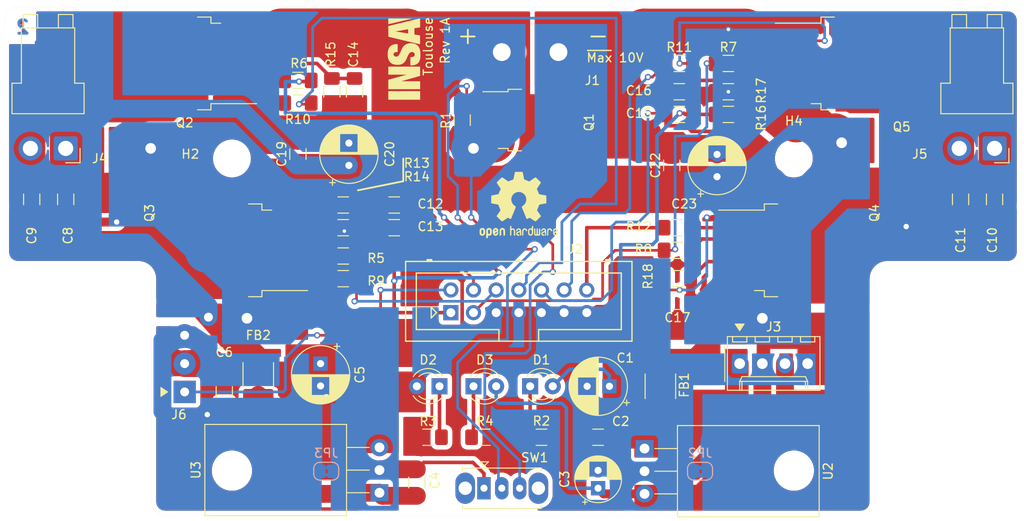
<source format=kicad_pcb>
(kicad_pcb (version 20171130) (host pcbnew 5.1.5-52549c5~84~ubuntu18.04.1)
  (title_block (title "ALAMAK Carte Puissance") (date 2020-01-30) (rev 1.0) (company INSA))
  (layers (0 F.Cu signal) (31 B.Cu signal) (34 B.Paste user) (35 F.Paste user) (36 B.SilkS user) (37 F.SilkS user) (38 B.Mask user) (39 F.Mask user) (44 Edge.Cuts user))
  (net 0 "")
  (net 1 GND)
  (net 2 +BATT)
  (net 3 VCC)
  (net 4 +3V3)
  (net 5 +5V)
  (net 6 /OUT_2_MOT_L)
  (net 7 /OUT_1_MOT_L)
  (net 8 /OUT_2_MOT_R)
  (net 9 /OUT_1_MOT_R)
  (net 10 "Net-(D1-Pad1)")
  (net 11 "Net-(D2-Pad1)")
  (net 12 "Net-(D3-Pad1)")
  (net 13 "Net-(J1-Pad2)")
  (net 14 /SERVO_PWM)
  (net 15 /DISABLE_MOT_L)
  (net 16 /DISABLE_MOT_R)
  (net 17 GNDPWR)
  (net 18 GNDA)
  (net 19 "Net-(Q1-Pad1)")
  (net 20 "Net-(Q2-Pad2)")
  (net 21 "Net-(Q2-Pad3)")
  (net 22 "Net-(C4-Pad1)")
  (net 23 /FEEDBACK_MOT_L)
  (net 24 "Net-(C13-Pad1)")
  (net 25 "Net-(C14-Pad1)")
  (net 26 /FEEDBACK_MOT_R)
  (net 27 "Net-(C16-Pad1)")
  (net 28 "Net-(C17-Pad1)")
  (net 29 /PWM_MOT_R_1)
  (net 30 /PWM_MOT_R_2)
  (net 31 /PWM_MOT_L_1)
  (net 32 /PWM_MOT_L_2)
  (net 33 "Net-(Q3-Pad3)")
  (net 34 "Net-(Q3-Pad2)")
  (net 35 "Net-(Q4-Pad2)")
  (net 36 "Net-(Q4-Pad3)")
  (net 37 "Net-(Q5-Pad2)")
  (net 38 "Net-(Q5-Pad3)")
  (module Symbol:OSHW-Logo2_9.8x8mm_SilkScreen (layer F.Cu) (at 157.256666 103.131)
    (fp_text reference REF1 hide)
    (fp_text value OSHW-Logo2_9.8x8mm_SilkScreen hide)
  )
  (module Insa:insa-image (layer F.Cu) (at 144.556666 86.621 90)
    (fp_text reference REF2 hide)
    (fp_text value LOGO hide)
  )
  (module MountingHole:MountingHole_3.2mm_M3 (layer F.Cu) (at 188.096666 97.911)
    (fp_text reference H4 (at 0 -4.2) (layer F.SilkS))
    (fp_text value MountingHole)
    (pad 1 np_thru_hole circle (at 0 0) (size 3.2 3.2) (drill 3.2) (layers *.Cu *.Mask))
  )
  (module Capacitor_SMD:C_1206_3216Metric_Pad1.42x1.75mm_HandSolder (layer F.Cu) (at 124.236666 124.086 90)
    (fp_text reference C6 (at 4.445 0 180) (layer F.SilkS))
    (fp_text value 100nF)
    (pad 2 smd roundrect (at 1.4875 0 90) (size 1.425 1.75) (layers F.Cu F.Paste F.Mask) (roundrect_rratio 0.175439) (net 5 +5V))
    (pad 1 smd roundrect (at -1.4875 0 90) (size 1.425 1.75) (layers F.Cu F.Paste F.Mask) (roundrect_rratio 0.175439) (net 18 GNDA))
  )
  (module Button_Switch_THT:SW_Slide_1P2T_CK_OS102011MS2Q (layer F.Cu) (at 153.351666 134.881)
    (fp_text reference SW1 (at 5.683 -3.429) (layer F.SilkS))
    (fp_text value SW_SPDT)
    (pad 1 thru_hole rect (at 0 0) (size 1.5 2.5) (drill 0.8) (layers *.Cu *.Mask) (net 17 GNDPWR))
    (pad 2 thru_hole oval (at 2 0) (size 1.5 2.5) (drill 0.8) (layers *.Cu *.Mask) (net 19 "Net-(Q1-Pad1)"))
    (pad 3 thru_hole oval (at 4 0) (size 1.5 2.5) (drill 0.8) (layers *.Cu *.Mask) (net 13 "Net-(J1-Pad2)"))
    (pad "" thru_hole oval (at -2.1 0) (size 2.2 3.5) (drill 1.5) (layers *.Cu *.Mask))
    (pad "" thru_hole oval (at 6.1 0) (size 2.2 3.5) (drill 1.5) (layers *.Cu *.Mask))
  )
  (module Package_TO_SOT_THT:TO-220-3_Horizontal_TabDown (layer F.Cu) (at 141.635666 135.389 90)
    (fp_text reference U3 (at 2.54 -20.58 90) (layer F.SilkS))
    (fp_text value MIC29500-5.0WT)
    (pad "" np_thru_hole oval (at 2.478 -16.539 90) (size 3.5 3.5) (drill 3.5) (layers *.Cu *.Mask))
    (pad 1 thru_hole rect (at 0 0 90) (size 1.905 2) (drill 1.1) (layers *.Cu *.Mask) (net 22 "Net-(C4-Pad1)"))
    (pad 2 thru_hole oval (at 2.54 0 90) (size 1.905 2) (drill 1.1) (layers *.Cu *.Mask) (net 17 GNDPWR))
    (pad 3 thru_hole oval (at 5.08 0 90) (size 1.905 2) (drill 1.1) (layers *.Cu *.Mask) (net 5 +5V))
  )
  (module LED_THT:LED_D3.0mm (layer F.Cu) (at 158.526666 123.451)
    (fp_text reference D1 (at 1.27 -2.96) (layer F.SilkS))
    (fp_text value LED)
    (pad 2 thru_hole circle (at 2.54 0) (size 1.8 1.8) (drill 0.9) (layers *.Cu *.Mask) (net 3 VCC))
    (pad 1 thru_hole rect (at 0 0) (size 1.8 1.8) (drill 0.9) (layers *.Cu *.Mask) (net 10 "Net-(D1-Pad1)"))
  )
  (module LED_THT:LED_D3.0mm (layer F.Cu) (at 148.366666 123.451 180)
    (fp_text reference D2 (at 1.27 2.96) (layer F.SilkS))
    (fp_text value LED)
    (pad 1 thru_hole rect (at 0 0 180) (size 1.8 1.8) (drill 0.9) (layers *.Cu *.Mask) (net 11 "Net-(D2-Pad1)"))
    (pad 2 thru_hole circle (at 2.54 0 180) (size 1.8 1.8) (drill 0.9) (layers *.Cu *.Mask) (net 5 +5V))
  )
  (module LED_THT:LED_D3.0mm (layer F.Cu) (at 152.176666 123.451)
    (fp_text reference D3 (at 1.27 -2.96) (layer F.SilkS))
    (fp_text value LED)
    (pad 1 thru_hole rect (at 0 0) (size 1.8 1.8) (drill 0.9) (layers *.Cu *.Mask) (net 12 "Net-(D3-Pad1)"))
    (pad 2 thru_hole circle (at 2.54 0) (size 1.8 1.8) (drill 0.9) (layers *.Cu *.Mask) (net 4 +3V3))
  )
  (module Connector_Multicomp:Multicomp_MC9A12-1434_2x07_P2.54mm_Vertical (layer F.Cu) (at 149.636666 115.196)
    (fp_text reference J2 (at 13.97 -7.112) (layer F.SilkS))
    (fp_text value Conn_02x07_Odd_Even)
    (pad 1 thru_hole rect (at 0 0) (size 1.7 1.7) (drill 1) (layers *.Cu *.Mask) (net 15 /DISABLE_MOT_L))
    (pad 2 thru_hole circle (at 0 -2.54) (size 1.7 1.7) (drill 1) (layers *.Cu *.Mask) (net 14 /SERVO_PWM))
    (pad 3 thru_hole circle (at 2.54 0) (size 1.7 1.7) (drill 1) (layers *.Cu *.Mask) (net 16 /DISABLE_MOT_R))
    (pad 4 thru_hole circle (at 2.54 -2.54) (size 1.7 1.7) (drill 1) (layers *.Cu *.Mask) (net 23 /FEEDBACK_MOT_L))
    (pad 5 thru_hole circle (at 5.08 0) (size 1.7 1.7) (drill 1) (layers *.Cu *.Mask) (net 1 GND))
    (pad 6 thru_hole circle (at 5.08 -2.54) (size 1.7 1.7) (drill 1) (layers *.Cu *.Mask) (net 31 /PWM_MOT_L_1))
    (pad 7 thru_hole circle (at 7.62 0) (size 1.7 1.7) (drill 1) (layers *.Cu *.Mask) (net 1 GND))
    (pad 8 thru_hole circle (at 7.62 -2.54) (size 1.7 1.7) (drill 1) (layers *.Cu *.Mask) (net 32 /PWM_MOT_L_2))
    (pad 9 thru_hole circle (at 10.16 0) (size 1.7 1.7) (drill 1) (layers *.Cu *.Mask) (net 1 GND))
    (pad 10 thru_hole circle (at 10.16 -2.54) (size 1.7 1.7) (drill 1) (layers *.Cu *.Mask) (net 26 /FEEDBACK_MOT_R))
    (pad 11 thru_hole circle (at 12.7 0) (size 1.7 1.7) (drill 1) (layers *.Cu *.Mask) (net 1 GND))
    (pad 12 thru_hole circle (at 12.7 -2.54) (size 1.7 1.7) (drill 1) (layers *.Cu *.Mask) (net 29 /PWM_MOT_R_1))
    (pad 13 thru_hole circle (at 15.24 0) (size 1.7 1.7) (drill 1) (layers *.Cu *.Mask) (net 1 GND))
    (pad 14 thru_hole circle (at 15.24 -2.54) (size 1.7 1.7) (drill 1) (layers *.Cu *.Mask) (net 30 /PWM_MOT_R_2))
  )
  (module Connector_JST:JST_VH_B2PS-VH_1x02_P3.96mm_Horizontal (layer F.Cu) (at 106.456666 96.781 180)
    (fp_text reference J4 (at -3.81 -1.143 180) (layer F.SilkS))
    (fp_text value "MOT LEFT")
    (pad 1 thru_hole roundrect (at 0 0 180) (size 2.7 2.7) (drill 1.7) (layers *.Cu *.Mask) (roundrect_rratio 0.09259299999999999) (net 7 /OUT_1_MOT_L))
    (pad 2 thru_hole circle (at 3.96 0 180) (size 2.7 2.7) (drill 1.7) (layers *.Cu *.Mask) (net 6 /OUT_2_MOT_L))
  )
  (module Connector_JST:JST_VH_B2PS-VH_1x02_P3.96mm_Horizontal (layer F.Cu) (at 210.596666 96.781 180)
    (fp_text reference J5 (at 8.382 -0.635 180) (layer F.SilkS))
    (fp_text value "MOT RIGHT")
    (pad 2 thru_hole circle (at 3.96 0 180) (size 2.7 2.7) (drill 1.7) (layers *.Cu *.Mask) (net 8 /OUT_2_MOT_R))
    (pad 1 thru_hole roundrect (at 0 0 180) (size 2.7 2.7) (drill 1.7) (layers *.Cu *.Mask) (roundrect_rratio 0.09259299999999999) (net 9 /OUT_1_MOT_R))
  )
  (module Connector_Wire:SolderWirePad_1x03_P3.175mm_Drill1mm (layer F.Cu) (at 119.791666 124.086 90)
    (fp_text reference J6 (at -2.54 -0.635 180) (layer F.SilkS))
    (fp_text value Conn_01x03)
    (pad 1 thru_hole rect (at 0 0 90) (size 2.49936 2.49936) (drill 1.00076) (layers *.Cu *.Mask) (net 14 /SERVO_PWM))
    (pad 2 thru_hole circle (at 3.175 0 90) (size 2.49936 2.49936) (drill 1.00076) (layers *.Cu *.Mask) (net 5 +5V))
    (pad 3 thru_hole circle (at 6.35 0 90) (size 2.49936 2.49936) (drill 1.00076) (layers *.Cu *.Mask) (net 18 GNDA))
  )
  (module Package_TO_SOT_THT:TO-220-3_Horizontal_TabDown (layer F.Cu) (at 171.353666 130.436 270)
    (fp_text reference U2 (at 2.54 -20.58 270) (layer F.SilkS))
    (fp_text value MIC29500-3.3WT)
    (pad 3 thru_hole oval (at 5.08 0 270) (size 1.905 2) (drill 1.1) (layers *.Cu *.Mask) (net 4 +3V3))
    (pad 2 thru_hole oval (at 2.54 0 270) (size 1.905 2) (drill 1.1) (layers *.Cu *.Mask) (net 1 GND))
    (pad 1 thru_hole rect (at 0 0 270) (size 1.905 2) (drill 1.1) (layers *.Cu *.Mask) (net 3 VCC))
    (pad "" np_thru_hole oval (at 2.475 -16.743 270) (size 3.5 3.5) (drill 3.5) (layers *.Cu *.Mask))
  )
  (module Jumper:SolderJumper-2_P1.3mm_Bridged2Bar_RoundedPad1.0x1.5mm (layer B.Cu) (at 177.576666 132.976 180)
    (fp_text reference JP2 (at 0 2.032 180) (layer B.SilkS) (effects (justify mirror)))
    (fp_text value SolderJumper_2_Bridged)
    (fp_poly (pts (xy -0.25 0.6) (xy 0.25 0.6) (xy 0.25 0.2) (xy -0.25 0.2)) (layer B.Cu) (width 0))
    (fp_poly (pts (xy -0.25 -0.2) (xy 0.25 -0.2) (xy 0.25 -0.6) (xy -0.25 -0.6)) (layer B.Cu) (width 0))
    (pad 1 smd custom (at -0.65 0 180) (size 1 0.5) (layers B.Cu B.Mask) (net 17 GNDPWR) (options (clearance outline) (anchor rect)) (primitives (gr_circle (center 0 -0.25) (end 0.5 -0.25) (width 0)) (gr_circle (center 0 0.25) (end 0.5 0.25) (width 0)) (gr_poly (pts (xy 0.5 -0.75) (xy 0.5 0.75) (xy 0 0.75) (xy 0 -0.75)) (width 0))))
    (pad 2 smd custom (at 0.65 0 180) (size 1 0.5) (layers B.Cu B.Mask) (net 1 GND) (options (clearance outline) (anchor rect)) (primitives (gr_circle (center 0 -0.25) (end 0.5 -0.25) (width 0)) (gr_circle (center 0 0.25) (end 0.5 0.25) (width 0)) (gr_poly (pts (xy -0.5 -0.75) (xy -0.5 0.75) (xy 0 0.75) (xy 0 -0.75)) (width 0))))
  )
  (module Jumper:SolderJumper-2_P1.3mm_Bridged2Bar_RoundedPad1.0x1.5mm (layer B.Cu) (at 135.666666 132.976 180)
    (fp_text reference JP3 (at 0 2.032 180) (layer B.SilkS) (effects (justify mirror)))
    (fp_text value SolderJumper_2_Bridged)
    (fp_poly (pts (xy -0.25 -0.2) (xy 0.25 -0.2) (xy 0.25 -0.6) (xy -0.25 -0.6)) (layer B.Cu) (width 0))
    (fp_poly (pts (xy -0.25 0.6) (xy 0.25 0.6) (xy 0.25 0.2) (xy -0.25 0.2)) (layer B.Cu) (width 0))
    (pad 2 smd custom (at 0.65 0 180) (size 1 0.5) (layers B.Cu B.Mask) (net 18 GNDA) (options (clearance outline) (anchor rect)) (primitives (gr_circle (center 0 -0.25) (end 0.5 -0.25) (width 0)) (gr_circle (center 0 0.25) (end 0.5 0.25) (width 0)) (gr_poly (pts (xy -0.5 -0.75) (xy -0.5 0.75) (xy 0 0.75) (xy 0 -0.75)) (width 0))))
    (pad 1 smd custom (at -0.65 0 180) (size 1 0.5) (layers B.Cu B.Mask) (net 17 GNDPWR) (options (clearance outline) (anchor rect)) (primitives (gr_circle (center 0 -0.25) (end 0.5 -0.25) (width 0)) (gr_circle (center 0 0.25) (end 0.5 0.25) (width 0)) (gr_poly (pts (xy 0.5 -0.75) (xy 0.5 0.75) (xy 0 0.75) (xy 0 -0.75)) (width 0))))
  )
  (module Package_TO_SOT_SMD:TO-252-2 (layer F.Cu) (at 158.526666 93.606)
    (fp_text reference Q1 (at 6.604 0.254 90) (layer F.SilkS))
    (fp_text value IPD50P04P4-13)
    (pad 1 smd rect (at -4.2 -2.28) (size 2.2 1.2) (layers F.Cu F.Paste F.Mask) (net 19 "Net-(Q1-Pad1)"))
    (pad 3 smd rect (at -4.2 2.28) (size 2.2 1.2) (layers F.Cu F.Paste F.Mask) (net 13 "Net-(J1-Pad2)"))
    (pad 2 smd rect (at 2.1 0) (size 6.4 5.8) (layers F.Cu F.Mask) (net 2 +BATT))
  )
  (module Capacitor_SMD:C_1206_3216Metric_Pad1.42x1.75mm_HandSolder (layer F.Cu) (at 210.596666 102.496 90)
    (fp_text reference C10 (at -4.572 -0.254 90) (layer F.SilkS))
    (fp_text value 100nF)
    (pad 1 smd roundrect (at -1.4875 0 90) (size 1.425 1.75) (layers F.Cu F.Paste F.Mask) (roundrect_rratio 0.175439) (net 17 GNDPWR))
    (pad 2 smd roundrect (at 1.4875 0 90) (size 1.425 1.75) (layers F.Cu F.Paste F.Mask) (roundrect_rratio 0.175439) (net 9 /OUT_1_MOT_R))
  )
  (module Capacitor_SMD:C_1206_3216Metric_Pad1.42x1.75mm_HandSolder (layer F.Cu) (at 206.786666 102.496 270)
    (fp_text reference C11 (at 4.572 0 270) (layer F.SilkS))
    (fp_text value 100nF)
    (pad 2 smd roundrect (at 1.4875 0 270) (size 1.425 1.75) (layers F.Cu F.Paste F.Mask) (roundrect_rratio 0.175439) (net 17 GNDPWR))
    (pad 1 smd roundrect (at -1.4875 0 270) (size 1.425 1.75) (layers F.Cu F.Paste F.Mask) (roundrect_rratio 0.175439) (net 8 /OUT_2_MOT_R))
  )
  (module MountingHole:MountingHole_3.2mm_M3 (layer F.Cu) (at 125.096666 97.911)
    (fp_text reference H2 (at -4.67 -0.495) (layer F.SilkS))
    (fp_text value MountingHole)
    (pad 1 np_thru_hole circle (at 0 0) (size 3.2 3.2) (drill 3.2) (layers *.Cu *.Mask))
  )
  (module Capacitor_SMD:C_1206_3216Metric_Pad1.42x1.75mm_HandSolder (layer F.Cu) (at 106.456666 102.496 90)
    (fp_text reference C8 (at -4.064 0.254 90) (layer F.SilkS))
    (fp_text value 100nF)
    (pad 1 smd roundrect (at -1.4875 0 90) (size 1.425 1.75) (layers F.Cu F.Paste F.Mask) (roundrect_rratio 0.175439) (net 17 GNDPWR))
    (pad 2 smd roundrect (at 1.4875 0 90) (size 1.425 1.75) (layers F.Cu F.Paste F.Mask) (roundrect_rratio 0.175439) (net 7 /OUT_1_MOT_L))
  )
  (module Capacitor_SMD:C_1206_3216Metric_Pad1.42x1.75mm_HandSolder (layer F.Cu) (at 102.646666 102.496 270)
    (fp_text reference C9 (at 4.064 0 270) (layer F.SilkS))
    (fp_text value 100nF)
    (pad 2 smd roundrect (at 1.4875 0 270) (size 1.425 1.75) (layers F.Cu F.Paste F.Mask) (roundrect_rratio 0.175439) (net 17 GNDPWR))
    (pad 1 smd roundrect (at -1.4875 0 270) (size 1.425 1.75) (layers F.Cu F.Paste F.Mask) (roundrect_rratio 0.175439) (net 6 /OUT_2_MOT_L))
  )
  (module Connector_Wire:SolderWirePad_1x02_P7.62mm_Drill2mm (layer F.Cu) (at 161.701666 85.986 180)
    (fp_text reference J1 (at -3.81 -3.175 180) (layer F.SilkS))
    (fp_text value Conn_01x02)
    (pad 1 thru_hole rect (at 0 0 180) (size 4.50088 4.50088) (drill 1.99898) (layers *.Cu *.Mask) (net 17 GNDPWR))
    (pad 2 thru_hole circle (at 6.35 0 180) (size 4.50088 4.50088) (drill 1.99898) (layers *.Cu *.Mask) (net 13 "Net-(J1-Pad2)"))
  )
  (module Resistor_SMD:R_1206_3216Metric_Pad1.42x1.75mm_HandSolder (layer F.Cu) (at 150.906666 93.606 90)
    (fp_text reference R1 (at 0 -1.82 90) (layer F.SilkS))
    (fp_text value 10K)
    (pad 2 smd roundrect (at 1.4875 0 90) (size 1.425 1.75) (layers F.Cu F.Paste F.Mask) (roundrect_rratio 0.175439) (net 19 "Net-(Q1-Pad1)"))
    (pad 1 smd roundrect (at -1.4875 0 90) (size 1.425 1.75) (layers F.Cu F.Paste F.Mask) (roundrect_rratio 0.175439) (net 13 "Net-(J1-Pad2)"))
  )
  (module Resistor_SMD:R_1206_3216Metric_Pad1.42x1.75mm_HandSolder (layer F.Cu) (at 159.796666 129.166)
    (fp_text reference R2 (at 0 -1.82) (layer F.SilkS))
    (fp_text value 330R)
    (pad 2 smd roundrect (at 1.4875 0) (size 1.425 1.75) (layers F.Cu F.Paste F.Mask) (roundrect_rratio 0.175439) (net 1 GND))
    (pad 1 smd roundrect (at -1.4875 0) (size 1.425 1.75) (layers F.Cu F.Paste F.Mask) (roundrect_rratio 0.175439) (net 10 "Net-(D1-Pad1)"))
  )
  (module Resistor_SMD:R_1206_3216Metric_Pad1.42x1.75mm_HandSolder (layer F.Cu) (at 147.096666 129.166 180)
    (fp_text reference R3 (at 0 1.778 180) (layer F.SilkS))
    (fp_text value 330R)
    (pad 1 smd roundrect (at -1.4875 0 180) (size 1.425 1.75) (layers F.Cu F.Paste F.Mask) (roundrect_rratio 0.175439) (net 11 "Net-(D2-Pad1)"))
    (pad 2 smd roundrect (at 1.4875 0 180) (size 1.425 1.75) (layers F.Cu F.Paste F.Mask) (roundrect_rratio 0.175439) (net 1 GND))
  )
  (module Resistor_SMD:R_1206_3216Metric_Pad1.42x1.75mm_HandSolder (layer F.Cu) (at 153.446666 129.166)
    (fp_text reference R4 (at 0 -1.82) (layer F.SilkS))
    (fp_text value 330R)
    (pad 1 smd roundrect (at -1.4875 0) (size 1.425 1.75) (layers F.Cu F.Paste F.Mask) (roundrect_rratio 0.175439) (net 12 "Net-(D3-Pad1)"))
    (pad 2 smd roundrect (at 1.4875 0) (size 1.425 1.75) (layers F.Cu F.Paste F.Mask) (roundrect_rratio 0.175439) (net 1 GND))
  )
  (module Capacitor_SMD:C_1812_4532Metric_Pad1.30x3.40mm_HandSolder (layer F.Cu) (at 173.131666 123.451 90)
    (fp_text reference FB1 (at 0.127 2.667 90) (layer F.SilkS))
    (fp_text value Ferrite_Bead)
    (pad 1 smd roundrect (at -2.225 0 90) (size 1.3 3.4) (layers F.Cu F.Paste F.Mask) (roundrect_rratio 0.192308) (net 3 VCC))
    (pad 2 smd roundrect (at 2.225 0 90) (size 1.3 3.4) (layers F.Cu F.Paste F.Mask) (roundrect_rratio 0.192308) (net 2 +BATT))
  )
  (module Capacitor_SMD:C_1812_4532Metric_Pad1.30x3.40mm_HandSolder (layer F.Cu) (at 128.046666 122.181 90)
    (fp_text reference FB2 (at 4.445 0 180) (layer F.SilkS))
    (fp_text value Ferrite_Bead)
    (pad 2 smd roundrect (at 2.225 0 90) (size 1.3 3.4) (layers F.Cu F.Paste F.Mask) (roundrect_rratio 0.192308) (net 2 +BATT))
    (pad 1 smd roundrect (at -2.225 0 90) (size 1.3 3.4) (layers F.Cu F.Paste F.Mask) (roundrect_rratio 0.192308) (net 22 "Net-(C4-Pad1)"))
  )
  (module Connector_Molex:Molex_KK-254_AE-6410-04A_1x04_P2.54mm_Vertical (layer F.Cu) (at 182.021666 120.911)
    (fp_text reference J3 (at 3.81 -4.12) (layer F.SilkS))
    (fp_text value "Molex KK 254")
    (pad 1 thru_hole roundrect (at 0 0) (size 1.74 2.2) (drill 1.2) (layers *.Cu *.Mask) (roundrect_rratio 0.143678) (net 3 VCC))
    (pad 2 thru_hole oval (at 2.54 0) (size 1.74 2.2) (drill 1.2) (layers *.Cu *.Mask) (net 1 GND))
    (pad 3 thru_hole oval (at 5.08 0) (size 1.74 2.2) (drill 1.2) (layers *.Cu *.Mask) (net 4 +3V3))
    (pad 4 thru_hole oval (at 7.62 0) (size 1.74 2.2) (drill 1.2) (layers *.Cu *.Mask) (net 1 GND))
  )
  (module Package_TO_SOT_SMD:TO-263-7_TabPin8 (layer F.Cu) (at 119.791666 87.256 180)
    (fp_text reference Q2 (at 0 -6.65 180) (layer F.SilkS))
    (fp_text value BTN8982TA)
    (pad 1 smd rect (at -5.775 -3.81 180) (size 4.6 0.8) (layers F.Cu F.Paste F.Mask) (net 17 GNDPWR))
    (pad 2 smd rect (at -5.775 -2.54 180) (size 4.6 0.8) (layers F.Cu F.Paste F.Mask) (net 20 "Net-(Q2-Pad2)"))
    (pad 3 smd rect (at -5.775 -1.27 180) (size 4.6 0.8) (layers F.Cu F.Paste F.Mask) (net 21 "Net-(Q2-Pad3)"))
    (pad 4 smd rect (at -5.775 0 180) (size 4.6 0.8) (layers F.Cu F.Paste F.Mask) (net 6 /OUT_2_MOT_L))
    (pad 5 smd rect (at -5.775 1.27 180) (size 4.6 0.8) (layers F.Cu F.Paste F.Mask) (net 25 "Net-(C14-Pad1)"))
    (pad 6 smd rect (at -5.775 2.54 180) (size 4.6 0.8) (layers F.Cu F.Paste F.Mask))
    (pad 7 smd rect (at -5.775 3.81 180) (size 4.6 0.8) (layers F.Cu F.Paste F.Mask) (net 2 +BATT))
    (pad 8 smd rect (at 3.375 0 180) (size 9.4 10.8) (layers F.Cu F.Mask) (net 6 /OUT_2_MOT_L))
  )
  (module Capacitor_THT:CP_Radial_D6.3mm_P2.50mm (layer F.Cu) (at 167.416666 123.451 180)
    (fp_text reference C1 (at -1.778 3.175 180) (layer F.SilkS))
    (fp_text value 100µF)
    (pad 1 thru_hole rect (at 0 0 180) (size 1.6 1.6) (drill 0.8) (layers *.Cu *.Mask) (net 3 VCC))
    (pad 2 thru_hole circle (at 2.5 0 180) (size 1.6 1.6) (drill 0.8) (layers *.Cu *.Mask) (net 1 GND))
  )
  (module Capacitor_SMD:C_1206_3216Metric_Pad1.42x1.75mm_HandSolder (layer F.Cu) (at 166.146666 129.166 180)
    (fp_text reference C2 (at -2.54 1.778 180) (layer F.SilkS))
    (fp_text value 100nF)
    (pad 1 smd roundrect (at -1.4875 0 180) (size 1.425 1.75) (layers F.Cu F.Paste F.Mask) (roundrect_rratio 0.175439) (net 3 VCC))
    (pad 2 smd roundrect (at 1.4875 0 180) (size 1.425 1.75) (layers F.Cu F.Paste F.Mask) (roundrect_rratio 0.175439) (net 1 GND))
  )
  (module Capacitor_THT:CP_Radial_D5.0mm_P2.00mm (layer F.Cu) (at 166.146666 134.881 90)
    (fp_text reference C3 (at 1 -3.75 90) (layer F.SilkS))
    (fp_text value 10µF)
    (pad 1 thru_hole rect (at 0 0 90) (size 1.6 1.6) (drill 0.8) (layers *.Cu *.Mask) (net 4 +3V3))
    (pad 2 thru_hole circle (at 2 0 90) (size 1.6 1.6) (drill 0.8) (layers *.Cu *.Mask) (net 1 GND))
  )
  (module Capacitor_SMD:C_1206_3216Metric_Pad1.42x1.75mm_HandSolder (layer F.Cu) (at 145.826666 134.246 90)
    (fp_text reference C4 (at 0.254 2.032 90) (layer F.SilkS))
    (fp_text value 100nF)
    (pad 2 smd roundrect (at 1.4875 0 90) (size 1.425 1.75) (layers F.Cu F.Paste F.Mask) (roundrect_rratio 0.175439) (net 17 GNDPWR))
    (pad 1 smd roundrect (at -1.4875 0 90) (size 1.425 1.75) (layers F.Cu F.Paste F.Mask) (roundrect_rratio 0.175439) (net 22 "Net-(C4-Pad1)"))
  )
  (module Capacitor_THT:CP_Radial_D6.3mm_P2.50mm (layer F.Cu) (at 135.031666 120.911 270)
    (fp_text reference C5 (at 1.25 -4.4 270) (layer F.SilkS))
    (fp_text value 100µF)
    (pad 2 thru_hole circle (at 2.5 0 270) (size 1.6 1.6) (drill 0.8) (layers *.Cu *.Mask) (net 18 GNDA))
    (pad 1 thru_hole rect (at 0 0 270) (size 1.6 1.6) (drill 0.8) (layers *.Cu *.Mask) (net 5 +5V))
  )
  (module Capacitor_SMD:C_1206_3216Metric_Pad1.42x1.75mm_HandSolder (layer F.Cu) (at 143.286666 103.131 180)
    (fp_text reference C12 (at -4.064 0.127 180) (layer F.SilkS))
    (fp_text value 1nF)
    (pad 2 smd roundrect (at 1.4875 0 180) (size 1.425 1.75) (layers F.Cu F.Paste F.Mask) (roundrect_rratio 0.175439) (net 1 GND))
    (pad 1 smd roundrect (at -1.4875 0 180) (size 1.425 1.75) (layers F.Cu F.Paste F.Mask) (roundrect_rratio 0.175439) (net 23 /FEEDBACK_MOT_L))
  )
  (module Capacitor_SMD:C_1206_3216Metric_Pad1.42x1.75mm_HandSolder (layer F.Cu) (at 143.286666 105.671 180)
    (fp_text reference C13 (at -4.064 0.127 180) (layer F.SilkS))
    (fp_text value 100nF)
    (pad 1 smd roundrect (at -1.4875 0 180) (size 1.425 1.75) (layers F.Cu F.Paste F.Mask) (roundrect_rratio 0.175439) (net 24 "Net-(C13-Pad1)"))
    (pad 2 smd roundrect (at 1.4875 0 180) (size 1.425 1.75) (layers F.Cu F.Paste F.Mask) (roundrect_rratio 0.175439) (net 17 GNDPWR))
  )
  (module Capacitor_SMD:C_1206_3216Metric_Pad1.42x1.75mm_HandSolder (layer F.Cu) (at 138.841666 90.431 270)
    (fp_text reference C14 (at -4.191 0.127 270) (layer F.SilkS))
    (fp_text value 100nF)
    (pad 1 smd roundrect (at -1.4875 0 270) (size 1.425 1.75) (layers F.Cu F.Paste F.Mask) (roundrect_rratio 0.175439) (net 25 "Net-(C14-Pad1)"))
    (pad 2 smd roundrect (at 1.4875 0 270) (size 1.425 1.75) (layers F.Cu F.Paste F.Mask) (roundrect_rratio 0.175439) (net 17 GNDPWR))
  )
  (module Capacitor_SMD:C_1206_3216Metric_Pad1.42x1.75mm_HandSolder (layer F.Cu) (at 175.254166 92.971)
    (fp_text reference C15 (at -4.5355 -0.127) (layer F.SilkS))
    (fp_text value 1nF)
    (pad 1 smd roundrect (at -1.4875 0) (size 1.425 1.75) (layers F.Cu F.Paste F.Mask) (roundrect_rratio 0.175439) (net 26 /FEEDBACK_MOT_R))
    (pad 2 smd roundrect (at 1.4875 0) (size 1.425 1.75) (layers F.Cu F.Paste F.Mask) (roundrect_rratio 0.175439) (net 1 GND))
  )
  (module Capacitor_SMD:C_1206_3216Metric_Pad1.42x1.75mm_HandSolder (layer F.Cu) (at 175.254166 90.431)
    (fp_text reference C16 (at -4.5355 -0.127) (layer F.SilkS))
    (fp_text value 100nF)
    (pad 2 smd roundrect (at 1.4875 0) (size 1.425 1.75) (layers F.Cu F.Paste F.Mask) (roundrect_rratio 0.175439) (net 17 GNDPWR))
    (pad 1 smd roundrect (at -1.4875 0) (size 1.425 1.75) (layers F.Cu F.Paste F.Mask) (roundrect_rratio 0.175439) (net 27 "Net-(C16-Pad1)"))
  )
  (module Capacitor_SMD:C_1206_3216Metric_Pad1.42x1.75mm_HandSolder (layer F.Cu) (at 175.036666 113.926 180)
    (fp_text reference C17 (at 0 -1.82 180) (layer F.SilkS))
    (fp_text value 100nF)
    (pad 1 smd roundrect (at -1.4875 0 180) (size 1.425 1.75) (layers F.Cu F.Paste F.Mask) (roundrect_rratio 0.175439) (net 28 "Net-(C17-Pad1)"))
    (pad 2 smd roundrect (at 1.4875 0 180) (size 1.425 1.75) (layers F.Cu F.Paste F.Mask) (roundrect_rratio 0.175439) (net 17 GNDPWR))
  )
  (module Capacitor_SMD:C_1206_3216Metric_Pad1.42x1.75mm_HandSolder (layer F.Cu) (at 132.491666 97.416 90)
    (fp_text reference C19 (at 0 -1.82 90) (layer F.SilkS))
    (fp_text value 100nF)
    (pad 2 smd roundrect (at 1.4875 0 90) (size 1.425 1.75) (layers F.Cu F.Paste F.Mask) (roundrect_rratio 0.175439) (net 17 GNDPWR))
    (pad 1 smd roundrect (at -1.4875 0 90) (size 1.425 1.75) (layers F.Cu F.Paste F.Mask) (roundrect_rratio 0.175439) (net 2 +BATT))
  )
  (module Capacitor_THT:CP_Radial_D6.3mm_P2.50mm (layer F.Cu) (at 138.206666 98.686 90)
    (fp_text reference C20 (at 1.27 4.572 90) (layer F.SilkS))
    (fp_text value 470µF)
    (pad 1 thru_hole rect (at 0 0 90) (size 1.6 1.6) (drill 0.8) (layers *.Cu *.Mask) (net 2 +BATT))
    (pad 2 thru_hole circle (at 2.5 0 90) (size 1.6 1.6) (drill 0.8) (layers *.Cu *.Mask) (net 17 GNDPWR))
  )
  (module Capacitor_SMD:C_1206_3216Metric_Pad1.42x1.75mm_HandSolder (layer F.Cu) (at 174.401666 98.686 90)
    (fp_text reference C22 (at 0 -1.82 90) (layer F.SilkS))
    (fp_text value 100nF)
    (pad 2 smd roundrect (at 1.4875 0 90) (size 1.425 1.75) (layers F.Cu F.Paste F.Mask) (roundrect_rratio 0.175439) (net 17 GNDPWR))
    (pad 1 smd roundrect (at -1.4875 0 90) (size 1.425 1.75) (layers F.Cu F.Paste F.Mask) (roundrect_rratio 0.175439) (net 2 +BATT))
  )
  (module Capacitor_THT:CP_Radial_D6.3mm_P2.50mm (layer F.Cu) (at 179.481666 99.956 90)
    (fp_text reference C23 (at -3.048 -3.683 180) (layer F.SilkS))
    (fp_text value 470µF)
    (pad 2 thru_hole circle (at 2.5 0 90) (size 1.6 1.6) (drill 0.8) (layers *.Cu *.Mask) (net 17 GNDPWR))
    (pad 1 thru_hole rect (at 0 0 90) (size 1.6 1.6) (drill 0.8) (layers *.Cu *.Mask) (net 2 +BATT))
  )
  (module Package_TO_SOT_SMD:TO-263-7_TabPin8 (layer F.Cu) (at 125.506666 108.211 180)
    (fp_text reference Q3 (at 9.652 4.191 270) (layer F.SilkS))
    (fp_text value BTN8982TA)
    (pad 8 smd rect (at 3.375 0 180) (size 9.4 10.8) (layers F.Cu F.Mask) (net 7 /OUT_1_MOT_L))
    (pad 7 smd rect (at -5.775 3.81 180) (size 4.6 0.8) (layers F.Cu F.Paste F.Mask) (net 2 +BATT))
    (pad 6 smd rect (at -5.775 2.54 180) (size 4.6 0.8) (layers F.Cu F.Paste F.Mask) (net 23 /FEEDBACK_MOT_L))
    (pad 5 smd rect (at -5.775 1.27 180) (size 4.6 0.8) (layers F.Cu F.Paste F.Mask) (net 24 "Net-(C13-Pad1)"))
    (pad 4 smd rect (at -5.775 0 180) (size 4.6 0.8) (layers F.Cu F.Paste F.Mask) (net 7 /OUT_1_MOT_L))
    (pad 3 smd rect (at -5.775 -1.27 180) (size 4.6 0.8) (layers F.Cu F.Paste F.Mask) (net 33 "Net-(Q3-Pad3)"))
    (pad 2 smd rect (at -5.775 -2.54 180) (size 4.6 0.8) (layers F.Cu F.Paste F.Mask) (net 34 "Net-(Q3-Pad2)"))
    (pad 1 smd rect (at -5.775 -3.81 180) (size 4.6 0.8) (layers F.Cu F.Paste F.Mask) (net 17 GNDPWR))
  )
  (module Package_TO_SOT_SMD:TO-263-7_TabPin8 (layer F.Cu) (at 187.736666 108.211)
    (fp_text reference Q4 (at 9.398 -4.191 90) (layer F.SilkS))
    (fp_text value BTN8982TA)
    (pad 1 smd rect (at -5.775 -3.81) (size 4.6 0.8) (layers F.Cu F.Paste F.Mask) (net 17 GNDPWR))
    (pad 2 smd rect (at -5.775 -2.54) (size 4.6 0.8) (layers F.Cu F.Paste F.Mask) (net 35 "Net-(Q4-Pad2)"))
    (pad 3 smd rect (at -5.775 -1.27) (size 4.6 0.8) (layers F.Cu F.Paste F.Mask) (net 36 "Net-(Q4-Pad3)"))
    (pad 4 smd rect (at -5.775 0) (size 4.6 0.8) (layers F.Cu F.Paste F.Mask) (net 8 /OUT_2_MOT_R))
    (pad 5 smd rect (at -5.775 1.27) (size 4.6 0.8) (layers F.Cu F.Paste F.Mask) (net 28 "Net-(C17-Pad1)"))
    (pad 6 smd rect (at -5.775 2.54) (size 4.6 0.8) (layers F.Cu F.Paste F.Mask))
    (pad 7 smd rect (at -5.775 3.81) (size 4.6 0.8) (layers F.Cu F.Paste F.Mask) (net 2 +BATT))
    (pad 8 smd rect (at 3.375 0) (size 9.4 10.8) (layers F.Cu F.Mask) (net 8 /OUT_2_MOT_R))
  )
  (module Package_TO_SOT_SMD:TO-263-7_TabPin8 (layer F.Cu) (at 194.086666 87.256)
    (fp_text reference Q5 (at 6.096 7.112) (layer F.SilkS))
    (fp_text value BTN8982TA)
    (pad 1 smd rect (at -5.775 -3.81) (size 4.6 0.8) (layers F.Cu F.Paste F.Mask) (net 17 GNDPWR))
    (pad 2 smd rect (at -5.775 -2.54) (size 4.6 0.8) (layers F.Cu F.Paste F.Mask) (net 37 "Net-(Q5-Pad2)"))
    (pad 3 smd rect (at -5.775 -1.27) (size 4.6 0.8) (layers F.Cu F.Paste F.Mask) (net 38 "Net-(Q5-Pad3)"))
    (pad 4 smd rect (at -5.775 0) (size 4.6 0.8) (layers F.Cu F.Paste F.Mask) (net 9 /OUT_1_MOT_R))
    (pad 5 smd rect (at -5.775 1.27) (size 4.6 0.8) (layers F.Cu F.Paste F.Mask) (net 27 "Net-(C16-Pad1)"))
    (pad 6 smd rect (at -5.775 2.54) (size 4.6 0.8) (layers F.Cu F.Paste F.Mask) (net 26 /FEEDBACK_MOT_R))
    (pad 7 smd rect (at -5.775 3.81) (size 4.6 0.8) (layers F.Cu F.Paste F.Mask) (net 2 +BATT))
    (pad 8 smd rect (at 3.375 0) (size 9.4 10.8) (layers F.Cu F.Mask) (net 9 /OUT_1_MOT_R))
  )
  (module Resistor_SMD:R_1206_3216Metric_Pad1.42x1.75mm_HandSolder (layer F.Cu) (at 137.571666 108.846 180)
    (fp_text reference R5 (at -3.683 -0.254 180) (layer F.SilkS))
    (fp_text value 10K)
    (pad 1 smd roundrect (at -1.4875 0 180) (size 1.425 1.75) (layers F.Cu F.Paste F.Mask) (roundrect_rratio 0.175439) (net 15 /DISABLE_MOT_L))
    (pad 2 smd roundrect (at 1.4875 0 180) (size 1.425 1.75) (layers F.Cu F.Paste F.Mask) (roundrect_rratio 0.175439) (net 33 "Net-(Q3-Pad3)"))
  )
  (module Resistor_SMD:R_1206_3216Metric_Pad1.42x1.75mm_HandSolder (layer F.Cu) (at 132.491666 89.161 180)
    (fp_text reference R6 (at -0.127 1.905 180) (layer F.SilkS))
    (fp_text value 10K)
    (pad 2 smd roundrect (at 1.4875 0 180) (size 1.425 1.75) (layers F.Cu F.Paste F.Mask) (roundrect_rratio 0.175439) (net 21 "Net-(Q2-Pad3)"))
    (pad 1 smd roundrect (at -1.4875 0 180) (size 1.425 1.75) (layers F.Cu F.Paste F.Mask) (roundrect_rratio 0.175439) (net 15 /DISABLE_MOT_L))
  )
  (module Resistor_SMD:R_1206_3216Metric_Pad1.42x1.75mm_HandSolder (layer F.Cu) (at 180.751666 87.256)
    (fp_text reference R7 (at 0 -1.82) (layer F.SilkS))
    (fp_text value 10K)
    (pad 2 smd roundrect (at 1.4875 0) (size 1.425 1.75) (layers F.Cu F.Paste F.Mask) (roundrect_rratio 0.175439) (net 38 "Net-(Q5-Pad3)"))
    (pad 1 smd roundrect (at -1.4875 0) (size 1.425 1.75) (layers F.Cu F.Paste F.Mask) (roundrect_rratio 0.175439) (net 16 /DISABLE_MOT_R))
  )
  (module Resistor_SMD:R_1206_3216Metric_Pad1.42x1.75mm_HandSolder (layer F.Cu) (at 175.036666 108.211)
    (fp_text reference R8 (at -3.81 -0.127) (layer F.SilkS))
    (fp_text value 10K)
    (pad 1 smd roundrect (at -1.4875 0) (size 1.425 1.75) (layers F.Cu F.Paste F.Mask) (roundrect_rratio 0.175439) (net 16 /DISABLE_MOT_R))
    (pad 2 smd roundrect (at 1.4875 0) (size 1.425 1.75) (layers F.Cu F.Paste F.Mask) (roundrect_rratio 0.175439) (net 36 "Net-(Q4-Pad3)"))
  )
  (module Resistor_SMD:R_1206_3216Metric_Pad1.42x1.75mm_HandSolder (layer F.Cu) (at 137.571666 111.386 180)
    (fp_text reference R9 (at -3.683 -0.254 180) (layer F.SilkS))
    (fp_text value 10K)
    (pad 2 smd roundrect (at 1.4875 0 180) (size 1.425 1.75) (layers F.Cu F.Paste F.Mask) (roundrect_rratio 0.175439) (net 34 "Net-(Q3-Pad2)"))
    (pad 1 smd roundrect (at -1.4875 0 180) (size 1.425 1.75) (layers F.Cu F.Paste F.Mask) (roundrect_rratio 0.175439) (net 31 /PWM_MOT_L_1))
  )
  (module Resistor_SMD:R_1206_3216Metric_Pad1.42x1.75mm_HandSolder (layer F.Cu) (at 132.491666 91.701 180)
    (fp_text reference R10 (at 0 -1.82 180) (layer F.SilkS))
    (fp_text value 10K)
    (pad 1 smd roundrect (at -1.4875 0 180) (size 1.425 1.75) (layers F.Cu F.Paste F.Mask) (roundrect_rratio 0.175439) (net 32 /PWM_MOT_L_2))
    (pad 2 smd roundrect (at 1.4875 0 180) (size 1.425 1.75) (layers F.Cu F.Paste F.Mask) (roundrect_rratio 0.175439) (net 20 "Net-(Q2-Pad2)"))
  )
  (module Resistor_SMD:R_1206_3216Metric_Pad1.42x1.75mm_HandSolder (layer F.Cu) (at 175.254166 87.256)
    (fp_text reference R11 (at 0 -1.82) (layer F.SilkS))
    (fp_text value 10K)
    (pad 1 smd roundrect (at -1.4875 0) (size 1.425 1.75) (layers F.Cu F.Paste F.Mask) (roundrect_rratio 0.175439) (net 29 /PWM_MOT_R_1))
    (pad 2 smd roundrect (at 1.4875 0) (size 1.425 1.75) (layers F.Cu F.Paste F.Mask) (roundrect_rratio 0.175439) (net 37 "Net-(Q5-Pad2)"))
  )
  (module Resistor_SMD:R_1206_3216Metric_Pad1.42x1.75mm_HandSolder (layer F.Cu) (at 175.036666 105.671)
    (fp_text reference R12 (at -4.318 -0.127) (layer F.SilkS))
    (fp_text value 10K)
    (pad 2 smd roundrect (at 1.4875 0) (size 1.425 1.75) (layers F.Cu F.Paste F.Mask) (roundrect_rratio 0.175439) (net 35 "Net-(Q4-Pad2)"))
    (pad 1 smd roundrect (at -1.4875 0) (size 1.425 1.75) (layers F.Cu F.Paste F.Mask) (roundrect_rratio 0.175439) (net 30 /PWM_MOT_R_2))
  )
  (module Resistor_SMD:R_1206_3216Metric_Pad1.42x1.75mm_HandSolder (layer F.Cu) (at 137.571666 103.131)
    (fp_text reference R13 (at 8.255 -4.699) (layer F.SilkS))
    (fp_text value 1K)
    (pad 2 smd roundrect (at 1.4875 0) (size 1.425 1.75) (layers F.Cu F.Paste F.Mask) (roundrect_rratio 0.175439) (net 1 GND))
    (pad 1 smd roundrect (at -1.4875 0) (size 1.425 1.75) (layers F.Cu F.Paste F.Mask) (roundrect_rratio 0.175439) (net 23 /FEEDBACK_MOT_L))
  )
  (module Resistor_SMD:R_1206_3216Metric_Pad1.42x1.75mm_HandSolder (layer F.Cu) (at 137.571666 105.671)
    (fp_text reference R14 (at 8.255 -5.715) (layer F.SilkS))
    (fp_text value 510R)
    (pad 2 smd roundrect (at 1.4875 0) (size 1.425 1.75) (layers F.Cu F.Paste F.Mask) (roundrect_rratio 0.175439) (net 17 GNDPWR))
    (pad 1 smd roundrect (at -1.4875 0) (size 1.425 1.75) (layers F.Cu F.Paste F.Mask) (roundrect_rratio 0.175439) (net 24 "Net-(C13-Pad1)"))
  )
  (module Resistor_SMD:R_1206_3216Metric_Pad1.42x1.75mm_HandSolder (layer F.Cu) (at 136.301666 90.431 270)
    (fp_text reference R15 (at -4.191 0.127 270) (layer F.SilkS))
    (fp_text value 510R)
    (pad 1 smd roundrect (at -1.4875 0 270) (size 1.425 1.75) (layers F.Cu F.Paste F.Mask) (roundrect_rratio 0.175439) (net 25 "Net-(C14-Pad1)"))
    (pad 2 smd roundrect (at 1.4875 0 270) (size 1.425 1.75) (layers F.Cu F.Paste F.Mask) (roundrect_rratio 0.175439) (net 17 GNDPWR))
  )
  (module Resistor_SMD:R_1206_3216Metric_Pad1.42x1.75mm_HandSolder (layer F.Cu) (at 180.751666 92.971 180)
    (fp_text reference R16 (at -3.683 -0.381 270) (layer F.SilkS))
    (fp_text value 1K)
    (pad 1 smd roundrect (at -1.4875 0 180) (size 1.425 1.75) (layers F.Cu F.Paste F.Mask) (roundrect_rratio 0.175439) (net 26 /FEEDBACK_MOT_R))
    (pad 2 smd roundrect (at 1.4875 0 180) (size 1.425 1.75) (layers F.Cu F.Paste F.Mask) (roundrect_rratio 0.175439) (net 1 GND))
  )
  (module Resistor_SMD:R_1206_3216Metric_Pad1.42x1.75mm_HandSolder (layer F.Cu) (at 180.751666 90.431 180)
    (fp_text reference R17 (at -3.683 0.127 270) (layer F.SilkS))
    (fp_text value 510R)
    (pad 2 smd roundrect (at 1.4875 0 180) (size 1.425 1.75) (layers F.Cu F.Paste F.Mask) (roundrect_rratio 0.175439) (net 17 GNDPWR))
    (pad 1 smd roundrect (at -1.4875 0 180) (size 1.425 1.75) (layers F.Cu F.Paste F.Mask) (roundrect_rratio 0.175439) (net 27 "Net-(C16-Pad1)"))
  )
  (module Resistor_SMD:R_1206_3216Metric_Pad1.42x1.75mm_HandSolder (layer F.Cu) (at 175.036666 111.386 180)
    (fp_text reference R18 (at 3.302 0.254 270) (layer F.SilkS))
    (fp_text value 510R)
    (pad 1 smd roundrect (at -1.4875 0 180) (size 1.425 1.75) (layers F.Cu F.Paste F.Mask) (roundrect_rratio 0.175439) (net 28 "Net-(C17-Pad1)"))
    (pad 2 smd roundrect (at 1.4875 0 180) (size 1.425 1.75) (layers F.Cu F.Paste F.Mask) (roundrect_rratio 0.175439) (net 17 GNDPWR))
  )
  (gr_text "~Max 10V" (at 168.051666 86.621) (layer F.SilkS) (effects (font (size 1 1))))
  (gr_text Toulouse (at 147.096666 85.351 90) (layer F.SilkS) (effects (font (size 1 1))))
  (gr_text "Rev 1A" (at 149.001666 84.716 90) (layer F.SilkS) (effects (font (size 1 1))))
  (gr_text - (at 166.146666 84.081) (layer F.SilkS) (effects (font (size 2 2) (thickness 0.2))))
  (gr_text + (at 151.541666 84.081) (layer F.SilkS) (effects (font (size 2 2) (thickness 0.2))))
  (gr_poly (pts (xy 117.886666 124.086) (xy 117.124666 124.594) (xy 117.124666 123.578)) (layer F.SilkS) (width 0.1))
  (gr_poly (pts (xy 182.021666 117.228) (xy 181.513666 116.466) (xy 182.529666 116.466)) (layer F.SilkS) (width 0.1))
  (gr_line (start 144.302666 100.464) (end 139.222666 101.48) (layer F.SilkS) (width 0.2))
  (gr_line (start 144.302666 97.924) (end 144.302666 100.464) (layer F.SilkS) (width 0.2))
  (gr_text 1 (at 101.630666 83.192) (layer F.Cu) (effects (font (size 1.5 1.5) (thickness 0.3))))
  (gr_text 2 (at 101.630666 83.192) (layer B.Cu) (effects (font (size 1.5 1.5) (thickness 0.3)) (justify mirror)))
  (gr_arc (start 212.096666 82.411) (end 213.596666 82.411) (angle -90) (layer Edge.Cuts) (width 0.01))
  (gr_arc (start 212.096666 108.411) (end 212.096666 109.911) (angle -90) (layer Edge.Cuts) (width 0.01))
  (gr_line (start 117.596666 137.911) (end 195.596666 137.911) (layer Edge.Cuts) (width 0.01))
  (gr_line (start 213.596666 108.411) (end 213.596666 82.411) (layer Edge.Cuts) (width 0.01))
  (gr_arc (start 117.596666 136.411) (end 116.096666 136.411) (angle -90) (layer Edge.Cuts) (width 0.01))
  (gr_arc (start 114.596666 111.411) (end 116.096666 111.411) (angle -90) (layer Edge.Cuts) (width 0.01))
  (gr_arc (start 198.596666 111.411) (end 198.596666 109.911) (angle -90) (layer Edge.Cuts) (width 0.01))
  (gr_arc (start 195.596666 136.411) (end 195.596666 137.911) (angle -90) (layer Edge.Cuts) (width 0.01))
  (gr_line (start 101.096666 109.911) (end 114.596666 109.911) (layer Edge.Cuts) (width 0.01))
  (gr_line (start 197.096666 136.411) (end 197.096666 111.411) (layer Edge.Cuts) (width 0.01))
  (gr_line (start 99.596666 82.411) (end 99.596666 108.411) (layer Edge.Cuts) (width 0.01))
  (gr_line (start 212.096666 80.911) (end 101.096666 80.911) (layer Edge.Cuts) (width 0.01))
  (gr_circle (center 188.096666 132.911) (end 189.696666 132.911) (layer Edge.Cuts) (width 0.01))
  (gr_line (start 198.596666 109.911) (end 212.096666 109.911) (layer Edge.Cuts) (width 0.01))
  (gr_line (start 116.096666 111.411) (end 116.096666 136.411) (layer Edge.Cuts) (width 0.01))
  (gr_arc (start 101.096666 82.411) (end 101.096666 80.911) (angle -90) (layer Edge.Cuts) (width 0.01))
  (gr_arc (start 101.096666 108.411) (end 99.596666 108.411) (angle -90) (layer Edge.Cuts) (width 0.01))
  (gr_circle (center 188.096666 97.911) (end 189.696666 97.911) (layer Edge.Cuts) (width 0.01))
  (gr_circle (center 125.096666 97.911) (end 126.696666 97.911) (layer Edge.Cuts) (width 0.01))
  (gr_circle (center 125.096666 132.911) (end 126.696666 132.911) (layer Edge.Cuts) (width 0.01))
  (segment (start 176.741666 92.971) (end 179.264166 92.971) (width 0.4) (layer F.Cu) (net 1))
  (segment (start 154.934166 130.8535) (end 154.934166 129.166) (width 0.4) (layer F.Cu) (net 1))
  (segment (start 154.716666 131.071) (end 154.934166 130.8535) (width 0.4) (layer F.Cu) (net 1))
  (segment (start 145.826666 131.071) (end 154.716666 131.071) (width 0.4) (layer F.Cu) (net 1))
  (segment (start 145.609166 129.166) (end 145.609166 130.8535) (width 0.4) (layer F.Cu) (net 1))
  (segment (start 145.609166 130.8535) (end 145.826666 131.071) (width 0.4) (layer F.Cu) (net 1))
  (segment (start 154.716666 131.071) (end 161.066666 131.071) (width 0.4) (layer F.Cu) (net 1))
  (segment (start 161.284166 130.8535) (end 161.284166 129.166) (width 0.4) (layer F.Cu) (net 1))
  (segment (start 161.066666 131.071) (end 161.284166 130.8535) (width 0.4) (layer F.Cu) (net 1))
  (segment (start 162.055513 129.937347) (end 163.887819 129.937347) (width 0.4) (layer F.Cu) (net 1))
  (segment (start 163.887819 129.937347) (end 164.659166 129.166) (width 0.4) (layer F.Cu) (net 1))
  (segment (start 161.284166 129.166) (end 162.055513 129.937347) (width 0.4) (layer F.Cu) (net 1))
  (segment (start 164.916666 128.9085) (end 164.659166 129.166) (width 0.4) (layer F.Cu) (net 1))
  (segment (start 171.258666 132.881) (end 171.353666 132.976) (width 0.4) (layer F.Cu) (net 1))
  (segment (start 164.916666 115.236) (end 164.876666 115.196) (width 0.4) (layer F.Cu) (net 1))
  (segment (start 164.916666 123.451) (end 164.916666 115.236) (width 0.4) (layer F.Cu) (net 1))
  (segment (start 164.876666 115.196) (end 162.336666 115.196) (width 0.4) (layer F.Cu) (net 1))
  (segment (start 162.336666 115.196) (end 159.796666 115.196) (width 0.4) (layer F.Cu) (net 1))
  (segment (start 159.796666 115.196) (end 157.256666 115.196) (width 0.4) (layer F.Cu) (net 1))
  (segment (start 157.256666 115.196) (end 154.716666 115.196) (width 0.4) (layer F.Cu) (net 1))
  (segment (start 184.561666 118.371) (end 189.641666 118.371) (width 1) (layer F.Cu) (net 1))
  (segment (start 189.641666 118.371) (end 189.641666 120.911) (width 1) (layer F.Cu) (net 1))
  (segment (start 184.561666 118.371) (end 184.561666 120.911) (width 1) (layer F.Cu) (net 1))
  (segment (start 166.241666 132.976) (end 166.146666 132.881) (width 1) (layer F.Cu) (net 1))
  (segment (start 171.353666 132.976) (end 166.241666 132.976) (width 1) (layer F.Cu) (net 1))
  (segment (start 171.353666 132.976) (end 176.306666 132.976) (width 2) (layer B.Cu) (net 1))
  (segment (start 139.059166 103.131) (end 141.799166 103.131) (width 0.4) (layer F.Cu) (net 1))
  (segment (start 166.146666 130.6535) (end 164.659166 129.166) (width 1) (layer F.Cu) (net 1))
  (segment (start 166.146666 132.881) (end 166.146666 130.6535) (width 1) (layer F.Cu) (net 1))
  (segment (start 164.659166 123.7085) (end 164.916666 123.451) (width 1) (layer F.Cu) (net 1))
  (segment (start 164.659166 129.166) (end 164.659166 123.7085) (width 1) (layer F.Cu) (net 1))
  (segment (start 175.929166 92.971) (end 175.802166 92.844) (width 0.4) (layer F.Cu) (net 1))
  (segment (start 176.741666 92.971) (end 175.929166 92.971) (width 0.4) (layer F.Cu) (net 1))
  (via (at 175.290666 92.844) (size 0.7) (drill 0.4) (layers F.Cu B.Cu) (net 1))
  (segment (start 175.802166 92.844) (end 175.290666 92.844) (width 0.4) (layer F.Cu) (net 1))
  (segment (start 175.290666 92.844) (end 172.750666 95.384) (width 0.4) (layer B.Cu) (net 1))
  (segment (start 172.750666 95.384) (end 172.750666 107.068) (width 0.4) (layer B.Cu) (net 1))
  (segment (start 172.750666 107.068) (end 172.242666 107.576) (width 0.4) (layer B.Cu) (net 1))
  (segment (start 172.242666 107.576) (end 168.686666 107.576) (width 0.4) (layer B.Cu) (net 1))
  (segment (start 168.686666 107.576) (end 168.686666 114.688) (width 0.4) (layer B.Cu) (net 1))
  (segment (start 168.178666 115.196) (end 164.876666 115.196) (width 0.4) (layer B.Cu) (net 1))
  (segment (start 168.686666 114.688) (end 168.178666 115.196) (width 0.4) (layer B.Cu) (net 1))
  (segment (start 141.799166 103.131) (end 142.905666 103.131) (width 0.4) (layer F.Cu) (net 1))
  (segment (start 142.905666 103.131) (end 143.286666 103.512) (width 0.4) (layer F.Cu) (net 1))
  (segment (start 143.286666 103.512) (end 143.286666 104.02) (width 0.4) (layer F.Cu) (net 1))
  (segment (start 144.213466 104.47099) (end 146.277656 104.47099) (width 0.25) (layer F.Cu) (net 1))
  (segment (start 143.286666 104.02) (end 143.762476 104.02) (width 0.25) (layer F.Cu) (net 1))
  (segment (start 143.762476 104.02) (end 144.213466 104.47099) (width 0.25) (layer F.Cu) (net 1))
  (segment (start 154.716666 116.466) (end 154.716666 115.196) (width 0.4) (layer F.Cu) (net 1))
  (segment (start 150.906666 116.72) (end 154.462666 116.72) (width 0.4) (layer F.Cu) (net 1))
  (segment (start 154.462666 116.72) (end 154.716666 116.466) (width 0.4) (layer F.Cu) (net 1))
  (segment (start 150.906666 116.72) (end 150.906666 111.132) (width 0.4) (layer F.Cu) (net 1))
  (segment (start 150.906666 111.132) (end 149.890666 110.116) (width 0.4) (layer F.Cu) (net 1))
  (segment (start 149.890666 110.116) (end 146.334666 110.116) (width 0.4) (layer F.Cu) (net 1))
  (segment (start 146.334666 110.116) (end 146.334666 104.528) (width 0.4) (layer F.Cu) (net 1))
  (segment (start 146.277656 104.47099) (end 146.334666 104.528) (width 0.4) (layer F.Cu) (net 1))
  (segment (start 176.306666 132.976) (end 176.526656 132.976) (width 2) (layer B.Cu) (net 1))
  (segment (start 176.961403 132.976) (end 171.353666 132.976) (width 2) (layer F.Cu) (net 1))
  (segment (start 184.561666 120.911) (end 184.561666 125.375737) (width 2) (layer F.Cu) (net 1))
  (segment (start 184.561666 125.375737) (end 176.961403 132.976) (width 2) (layer F.Cu) (net 1))
  (segment (start 160.626666 93.606) (end 160.626666 98.881) (width 5) (layer F.Cu) (net 2))
  (segment (start 158.281666 101.226) (end 149.001666 101.226) (width 5) (layer F.Cu) (net 2))
  (segment (start 149.001666 101.226) (end 148.331656 100.55599) (width 3) (layer F.Cu) (net 2))
  (segment (start 179.481666 99.956) (end 179.481666 101.226) (width 3) (layer B.Cu) (net 2))
  (segment (start 185.047664 101.226) (end 186.952664 103.131) (width 5) (layer B.Cu) (net 2))
  (segment (start 189.240668 103.131) (end 193.451666 98.920002) (width 5) (layer B.Cu) (net 2))
  (segment (start 186.952664 103.131) (end 189.240668 103.131) (width 5) (layer B.Cu) (net 2))
  (segment (start 193.451666 98.920002) (end 193.451666 96.146) (width 5) (layer B.Cu) (net 2))
  (via (at 193.451666 96.146) (size 2) (drill 1.2) (layers F.Cu B.Cu) (net 2))
  (segment (start 193.451666 96.146) (end 192.661667 95.356001) (width 5) (layer F.Cu) (net 2))
  (segment (start 186.952664 103.131) (end 186.952664 114.710002) (width 5) (layer B.Cu) (net 2))
  (via (at 184.561666 115.831) (size 2) (drill 1.2) (layers F.Cu B.Cu) (net 2))
  (segment (start 186.952664 114.710002) (end 185.682664 114.710002) (width 5) (layer B.Cu) (net 2))
  (segment (start 185.682664 114.710002) (end 184.561666 115.831) (width 5) (layer B.Cu) (net 2))
  (segment (start 184.561666 115.831) (end 183.926666 115.831) (width 2) (layer F.Cu) (net 2))
  (segment (start 183.926666 115.831) (end 182.656666 114.561) (width 3) (layer F.Cu) (net 2))
  (segment (start 181.961666 113.866) (end 181.961666 113.851001) (width 5) (layer F.Cu) (net 2))
  (segment (start 182.656666 114.561) (end 181.961666 113.866) (width 5) (layer F.Cu) (net 2))
  (segment (start 181.961666 113.421) (end 181.961666 113.851001) (width 1) (layer F.Cu) (net 2))
  (segment (start 181.961666 113.851001) (end 181.961666 112.021) (width 1) (layer F.Cu) (net 2))
  (segment (start 149.001666 101.226) (end 149.001666 100.591) (width 5) (layer F.Cu) (net 2))
  (segment (start 149.001666 100.591) (end 146.601656 98.19099) (width 5) (layer F.Cu) (net 2))
  (segment (start 145.826666 97.416) (end 146.601656 98.19099) (width 2) (layer F.Cu) (net 2))
  (segment (start 139.60679 98.9035) (end 134.179166 98.9035) (width 3) (layer F.Cu) (net 2))
  (segment (start 182.021666 101.226) (end 185.047664 101.226) (width 5) (layer B.Cu) (net 2))
  (segment (start 160.626666 98.881) (end 158.281666 101.226) (width 5) (layer F.Cu) (net 2))
  (segment (start 132.491666 98.9035) (end 132.491666 99.956) (width 3) (layer F.Cu) (net 2))
  (segment (start 132.491666 99.956) (end 131.221666 101.226) (width 5) (layer F.Cu) (net 2))
  (segment (start 131.221666 101.226) (end 131.221666 102.570999) (width 5) (layer F.Cu) (net 2))
  (segment (start 146.601656 98.19099) (end 146.601656 85.49099) (width 5) (layer F.Cu) (net 2))
  (segment (start 146.601656 85.49099) (end 144.726676 83.61601) (width 5) (layer F.Cu) (net 2))
  (segment (start 146.601656 98.19099) (end 141.876676 98.19099) (width 5) (layer F.Cu) (net 2))
  (segment (start 139.325047 98.886009) (end 138.206666 98.886009) (width 3) (layer F.Cu) (net 2))
  (segment (start 141.876676 98.19099) (end 141.181657 98.886009) (width 3) (layer F.Cu) (net 2))
  (segment (start 192.661667 95.356001) (end 189.641666 92.336) (width 3) (layer F.Cu) (net 2))
  (segment (start 189.641666 92.336) (end 188.371666 93.606) (width 3) (layer F.Cu) (net 2))
  (segment (start 187.736666 92.971) (end 188.371666 93.606) (width 5) (layer F.Cu) (net 2))
  (segment (start 160.626666 98.881) (end 162.971666 101.226) (width 5) (layer F.Cu) (net 2))
  (segment (start 144.726676 83.61601) (end 130.586666 83.61601) (width 5) (layer F.Cu) (net 2))
  (segment (start 141.181657 98.886009) (end 139.325047 98.886009) (width 3) (layer F.Cu) (net 2))
  (segment (start 137.741676 83.61601) (end 130.586666 83.61601) (width 5) (layer F.Cu) (net 2))
  (segment (start 179.481666 101.226) (end 182.021666 101.226) (width 5) (layer B.Cu) (net 2))
  (segment (start 134.179166 98.9035) (end 132.491666 98.9035) (width 3) (layer F.Cu) (net 2))
  (segment (start 129.756676 82.61601) (end 125.066656 82.61601) (width 2) (layer F.Cu) (net 2))
  (segment (start 162.971666 101.226) (end 179.481666 101.226) (width 5) (layer F.Cu) (net 2))
  (segment (start 127.325956 119.23529) (end 125.989956 119.23529) (width 2) (layer F.Cu) (net 2))
  (segment (start 128.046666 119.956) (end 127.325956 119.23529) (width 2) (layer F.Cu) (net 2))
  (segment (start 125.989956 119.23529) (end 122.458666 115.704) (width 2) (layer F.Cu) (net 2))
  (via (at 122.458666 115.704) (size 1.8) (drill 1) (layers F.Cu B.Cu) (net 2))
  (segment (start 122.458666 114.431208) (end 115.346666 107.319208) (width 2) (layer B.Cu) (net 2))
  (segment (start 122.458666 115.704) (end 122.458666 114.431208) (width 2) (layer B.Cu) (net 2))
  (segment (start 115.346666 107.319208) (end 109.501874 107.319208) (width 2) (layer B.Cu) (net 2))
  (segment (start 109.501874 107.319208) (end 109.501874 94.116792) (width 2) (layer B.Cu) (net 2))
  (segment (start 109.501874 94.116792) (end 111.282666 92.336) (width 2) (layer B.Cu) (net 2))
  (segment (start 111.282666 92.336) (end 126.014666 92.336) (width 2) (layer B.Cu) (net 2))
  (segment (start 132.364666 98.686) (end 138.206666 98.686) (width 2) (layer B.Cu) (net 2))
  (segment (start 126.014666 92.336) (end 132.364666 98.686) (width 2) (layer B.Cu) (net 2))
  (segment (start 176.712376 120.50529) (end 182.656666 114.561) (width 2) (layer F.Cu) (net 2))
  (segment (start 173.852376 120.50529) (end 176.712376 120.50529) (width 2) (layer F.Cu) (net 2))
  (segment (start 173.131666 121.226) (end 173.852376 120.50529) (width 2) (layer F.Cu) (net 2))
  (segment (start 167.416666 128.9485) (end 167.634166 129.166) (width 1) (layer F.Cu) (net 3))
  (segment (start 167.416666 123.451) (end 167.416666 128.9485) (width 1) (layer F.Cu) (net 3))
  (segment (start 171.353666 130.436) (end 170.911666 130.436) (width 1) (layer F.Cu) (net 3))
  (segment (start 167.416666 122.251) (end 167.416666 123.451) (width 0.4) (layer B.Cu) (net 3))
  (segment (start 166.711666 121.546) (end 167.416666 122.251) (width 0.4) (layer B.Cu) (net 3))
  (segment (start 162.971666 121.546) (end 166.711666 121.546) (width 0.4) (layer B.Cu) (net 3))
  (segment (start 161.066666 123.451) (end 162.971666 121.546) (width 0.4) (layer B.Cu) (net 3))
  (segment (start 171.353666 127.454) (end 173.131666 125.676) (width 2) (layer F.Cu) (net 3))
  (segment (start 171.353666 130.436) (end 171.353666 127.454) (width 2) (layer F.Cu) (net 3))
  (segment (start 173.852376 124.95529) (end 181.279376 124.95529) (width 2) (layer F.Cu) (net 3))
  (segment (start 173.131666 125.676) (end 173.852376 124.95529) (width 2) (layer F.Cu) (net 3))
  (segment (start 182.021666 124.213) (end 182.021666 120.911) (width 2) (layer F.Cu) (net 3))
  (segment (start 181.279376 124.95529) (end 182.021666 124.213) (width 2) (layer F.Cu) (net 3))
  (segment (start 170.083666 129.166) (end 171.353666 130.436) (width 1) (layer F.Cu) (net 3))
  (segment (start 167.634166 129.166) (end 170.083666 129.166) (width 1) (layer F.Cu) (net 3))
  (segment (start 166.781666 135.516) (end 166.146666 134.881) (width 1) (layer F.Cu) (net 4))
  (segment (start 171.353666 135.516) (end 166.781666 135.516) (width 1) (layer F.Cu) (net 4))
  (segment (start 154.716666 125.102) (end 154.716666 123.451) (width 0.4) (layer B.Cu) (net 4))
  (segment (start 166.146666 134.881) (end 162.971666 134.881) (width 0.4) (layer B.Cu) (net 4))
  (segment (start 162.590666 134.5) (end 162.590666 125.864) (width 0.4) (layer B.Cu) (net 4))
  (segment (start 162.590666 125.864) (end 162.082666 125.356) (width 0.4) (layer B.Cu) (net 4))
  (segment (start 162.082666 125.356) (end 154.970666 125.356) (width 0.4) (layer B.Cu) (net 4))
  (segment (start 162.971666 134.881) (end 162.590666 134.5) (width 0.4) (layer B.Cu) (net 4))
  (segment (start 154.970666 125.356) (end 154.716666 125.102) (width 0.4) (layer B.Cu) (net 4))
  (segment (start 187.101666 120.911) (end 187.101666 125.991) (width 2) (layer F.Cu) (net 4))
  (segment (start 187.101666 125.991) (end 187.057686 125.991) (width 2) (layer F.Cu) (net 4))
  (segment (start 177.532686 135.516) (end 178.040686 135.008) (width 2) (layer F.Cu) (net 4))
  (segment (start 171.353666 135.516) (end 177.532686 135.516) (width 2) (layer F.Cu) (net 4))
  (segment (start 187.057686 125.991) (end 178.040686 135.008) (width 2) (layer F.Cu) (net 4))
  (segment (start 135.031666 120.911) (end 133.126666 120.911) (width 3) (layer F.Cu) (net 5))
  (segment (start 133.126666 120.911) (end 131.856666 122.181) (width 3) (layer F.Cu) (net 5))
  (segment (start 131.856666 122.181) (end 130.586666 122.181) (width 3) (layer F.Cu) (net 5))
  (segment (start 130.586666 122.181) (end 126.141666 122.181) (width 2) (layer F.Cu) (net 5))
  (segment (start 124.871666 122.181) (end 124.236666 122.181) (width 3) (layer F.Cu) (net 5))
  (segment (start 122.966666 120.911) (end 119.791666 120.911) (width 3) (layer F.Cu) (net 5))
  (segment (start 124.236666 122.181) (end 122.966666 120.911) (width 3) (layer F.Cu) (net 5))
  (segment (start 141.635666 127.3565) (end 141.381666 127.1025) (width 2) (layer F.Cu) (net 5))
  (segment (start 141.635666 130.309) (end 141.635666 127.3565) (width 2) (layer F.Cu) (net 5))
  (segment (start 141.381666 127.1025) (end 141.381666 122.816) (width 2) (layer F.Cu) (net 5))
  (segment (start 139.476666 120.911) (end 135.031666 120.911) (width 2) (layer F.Cu) (net 5))
  (segment (start 141.381666 122.816) (end 139.476666 120.911) (width 2) (layer F.Cu) (net 5))
  (segment (start 142.016666 123.451) (end 141.381666 122.816) (width 0.4) (layer F.Cu) (net 5))
  (segment (start 145.826666 123.451) (end 142.016666 123.451) (width 0.4) (layer F.Cu) (net 5))
  (segment (start 126.141666 122.181) (end 124.871666 122.181) (width 2) (layer F.Cu) (net 5))
  (segment (start 125.566666 87.256) (end 116.416666 87.256) (width 1) (layer F.Cu) (net 6))
  (segment (start 102.496666 87.406) (end 102.496666 96.781) (width 3) (layer F.Cu) (net 6))
  (segment (start 116.416666 87.256) (end 102.646666 87.256) (width 3) (layer F.Cu) (net 6))
  (segment (start 102.646666 87.256) (end 102.496666 87.406) (width 3) (layer F.Cu) (net 6))
  (segment (start 102.496666 100.8585) (end 102.646666 101.0085) (width 3) (layer F.Cu) (net 6))
  (segment (start 102.496666 96.781) (end 102.496666 100.8585) (width 3) (layer F.Cu) (net 6))
  (segment (start 131.281666 108.211) (end 122.131666 108.211) (width 1) (layer F.Cu) (net 7))
  (segment (start 106.456666 96.781) (end 106.456666 101.0085) (width 3) (layer F.Cu) (net 7))
  (segment (start 122.131666 108.211) (end 122.131666 107.376) (width 3) (layer F.Cu) (net 7))
  (segment (start 115.764166 101.0085) (end 106.456666 101.0085) (width 3) (layer F.Cu) (net 7))
  (segment (start 122.131666 107.376) (end 115.764166 101.0085) (width 3) (layer F.Cu) (net 7))
  (segment (start 206.636666 100.8585) (end 206.786666 101.0085) (width 3) (layer F.Cu) (net 8))
  (segment (start 206.636666 96.781) (end 206.636666 100.8585) (width 3) (layer F.Cu) (net 8))
  (segment (start 191.111666 108.211) (end 191.111666 106.741) (width 3) (layer F.Cu) (net 8))
  (segment (start 196.844166 101.0085) (end 206.786666 101.0085) (width 3) (layer F.Cu) (net 8))
  (segment (start 191.111666 106.741) (end 196.844166 101.0085) (width 3) (layer F.Cu) (net 8))
  (segment (start 181.961666 108.211) (end 191.111666 108.211) (width 1) (layer F.Cu) (net 8))
  (segment (start 188.311666 87.256) (end 197.461666 87.256) (width 1) (layer F.Cu) (net 9))
  (segment (start 197.461666 87.256) (end 210.596666 87.256) (width 3) (layer F.Cu) (net 9))
  (segment (start 210.596666 87.256) (end 210.596666 96.781) (width 3) (layer F.Cu) (net 9))
  (segment (start 210.596666 96.781) (end 210.596666 101.0085) (width 3) (layer F.Cu) (net 9))
  (segment (start 158.526666 128.9485) (end 158.309166 129.166) (width 0.4) (layer F.Cu) (net 10))
  (segment (start 158.526666 123.451) (end 158.526666 128.9485) (width 0.4) (layer F.Cu) (net 10))
  (segment (start 148.366666 128.9485) (end 148.584166 129.166) (width 0.4) (layer F.Cu) (net 11))
  (segment (start 148.366666 123.451) (end 148.366666 128.9485) (width 0.4) (layer F.Cu) (net 11))
  (segment (start 152.176666 128.9485) (end 151.959166 129.166) (width 0.4) (layer F.Cu) (net 12))
  (segment (start 152.176666 123.451) (end 152.176666 128.9485) (width 0.4) (layer F.Cu) (net 12))
  (segment (start 155.351666 85.986) (end 155.351666 93.606) (width 5) (layer B.Cu) (net 13))
  (segment (start 155.351666 93.606) (end 152.176666 96.781) (width 5) (layer B.Cu) (net 13))
  (via (at 152.176666 96.781) (size 2) (drill 1.2) (layers F.Cu B.Cu) (net 13))
  (segment (start 154.326666 95.886) (end 151.801666 95.886) (width 5) (layer F.Cu) (net 13))
  (segment (start 157.351666 134.881) (end 157.351666 131.801) (width 0.3) (layer B.Cu) (net 13))
  (segment (start 157.351666 131.801) (end 153.446666 127.896) (width 0.3) (layer B.Cu) (net 13))
  (segment (start 153.446666 127.896) (end 153.446666 119.768) (width 0.3) (layer B.Cu) (net 13))
  (segment (start 160.050666 106.56) (end 153.954666 106.56) (width 0.3) (layer F.Cu) (net 13))
  (via (at 151.922666 104.528) (size 0.7) (drill 0.4) (layers F.Cu B.Cu) (net 13))
  (segment (start 153.954666 106.56) (end 151.922666 104.528) (width 0.3) (layer F.Cu) (net 13))
  (segment (start 151.922666 97.035) (end 152.176666 96.781) (width 0.3) (layer B.Cu) (net 13))
  (segment (start 151.922666 104.528) (end 151.922666 97.035) (width 0.3) (layer B.Cu) (net 13))
  (segment (start 153.446666 119.768) (end 158.018666 119.768) (width 0.3) (layer B.Cu) (net 13))
  (segment (start 158.018666 119.768) (end 158.526666 119.26) (width 0.3) (layer B.Cu) (net 13))
  (segment (start 158.526666 112.09312) (end 159.995786 110.624) (width 0.3) (layer B.Cu) (net 13))
  (segment (start 158.526666 119.26) (end 158.526666 112.09312) (width 0.3) (layer B.Cu) (net 13))
  (segment (start 159.995786 110.624) (end 161.066666 110.624) (width 0.3) (layer B.Cu) (net 13))
  (via (at 161.066666 110.624) (size 0.7) (drill 0.4) (layers F.Cu B.Cu) (net 13))
  (segment (start 161.066666 110.624) (end 161.066666 107.576) (width 0.3) (layer F.Cu) (net 13))
  (segment (start 161.066666 107.576) (end 160.050666 106.56) (width 0.3) (layer F.Cu) (net 13))
  (segment (start 149.636666 112.656) (end 141.762666 112.656) (width 0.3) (layer B.Cu) (net 14))
  (via (at 141.762666 112.656) (size 0.7) (drill 0.4) (layers F.Cu B.Cu) (net 14))
  (segment (start 141.762666 112.656) (end 141.762666 116.72) (width 0.3) (layer F.Cu) (net 14))
  (segment (start 141.762666 116.72) (end 140.746666 117.736) (width 0.3) (layer F.Cu) (net 14))
  (segment (start 140.746666 117.736) (end 134.650666 117.736) (width 0.3) (layer F.Cu) (net 14))
  (via (at 134.650666 117.736) (size 0.7) (drill 0.4) (layers F.Cu B.Cu) (net 14))
  (segment (start 130.840666 124.086) (end 119.791666 124.086) (width 0.3) (layer B.Cu) (net 14))
  (segment (start 131.094666 123.832) (end 130.840666 124.086) (width 0.3) (layer B.Cu) (net 14))
  (segment (start 131.094666 120.276) (end 131.094666 123.832) (width 0.3) (layer B.Cu) (net 14))
  (segment (start 134.650666 117.736) (end 133.634666 117.736) (width 0.3) (layer B.Cu) (net 14))
  (segment (start 133.634666 117.736) (end 131.094666 120.276) (width 0.3) (layer B.Cu) (net 14))
  (segment (start 143.286666 108.846) (end 139.059166 108.846) (width 0.4) (layer F.Cu) (net 15))
  (segment (start 149.636666 115.196) (end 143.286666 115.196) (width 0.4) (layer F.Cu) (net 15))
  (via (at 132.618666 89.288) (size 0.7) (drill 0.4) (layers F.Cu B.Cu) (net 15))
  (segment (start 133.852166 89.288) (end 133.979166 89.161) (width 0.4) (layer F.Cu) (net 15))
  (segment (start 132.618666 89.288) (end 133.852166 89.288) (width 0.4) (layer F.Cu) (net 15))
  (via (at 143.286666 111.64) (size 0.7) (drill 0.4) (layers F.Cu B.Cu) (net 15))
  (segment (start 143.286666 111.64) (end 143.286666 108.846) (width 0.4) (layer F.Cu) (net 15))
  (segment (start 143.286666 115.196) (end 143.286666 111.64) (width 0.4) (layer F.Cu) (net 15))
  (via (at 148.874666 104.528) (size 0.7) (drill 0.4) (layers F.Cu B.Cu) (net 15))
  (segment (start 148.366666 104.02) (end 148.366666 93.352) (width 0.4) (layer B.Cu) (net 15))
  (segment (start 148.874666 104.528) (end 148.366666 104.02) (width 0.4) (layer B.Cu) (net 15))
  (segment (start 148.366666 93.352) (end 147.858666 92.844) (width 0.4) (layer B.Cu) (net 15))
  (segment (start 147.858666 92.844) (end 131.094666 92.844) (width 0.4) (layer B.Cu) (net 15))
  (segment (start 131.094666 92.844) (end 131.094666 89.288) (width 0.4) (layer B.Cu) (net 15))
  (segment (start 132.618666 89.288) (end 131.094666 89.288) (width 0.4) (layer B.Cu) (net 15))
  (segment (start 154.425246 111.290001) (end 154.665885 111.049362) (width 0.4) (layer B.Cu) (net 15))
  (segment (start 154.665885 111.049362) (end 155.015884 110.699363) (width 0.4) (layer B.Cu) (net 15))
  (segment (start 155.015884 110.669218) (end 155.015884 110.699363) (width 0.4) (layer F.Cu) (net 15))
  (segment (start 143.636665 111.290001) (end 154.425246 111.290001) (width 0.4) (layer B.Cu) (net 15))
  (segment (start 148.874666 104.528) (end 155.015884 110.669218) (width 0.4) (layer F.Cu) (net 15))
  (segment (start 143.286666 111.64) (end 143.636665 111.290001) (width 0.4) (layer B.Cu) (net 15))
  (via (at 155.015884 110.699363) (size 0.7) (drill 0.4) (layers F.Cu B.Cu) (net 15))
  (segment (start 173.549166 108.211) (end 174.655666 108.211) (width 0.3) (layer F.Cu) (net 16))
  (via (at 174.782666 108.084) (size 0.7) (drill 0.4) (layers F.Cu B.Cu) (net 16))
  (segment (start 174.655666 108.211) (end 174.782666 108.084) (width 0.3) (layer F.Cu) (net 16))
  (segment (start 174.782666 108.084) (end 174.782666 95.384) (width 0.3) (layer B.Cu) (net 16))
  (segment (start 174.782666 95.384) (end 177.322666 95.384) (width 0.3) (layer B.Cu) (net 16))
  (segment (start 177.322666 95.384) (end 178.338666 94.368) (width 0.3) (layer B.Cu) (net 16))
  (via (at 178.338666 87.256) (size 0.7) (drill 0.4) (layers F.Cu B.Cu) (net 16))
  (segment (start 178.338666 94.368) (end 178.338666 87.256) (width 0.3) (layer B.Cu) (net 16))
  (segment (start 178.338666 87.256) (end 179.264166 87.256) (width 0.3) (layer F.Cu) (net 16))
  (segment (start 173.549166 108.211) (end 168.051666 108.211) (width 0.3) (layer F.Cu) (net 16))
  (segment (start 168.051666 108.211) (end 166.654666 109.608) (width 0.3) (layer F.Cu) (net 16))
  (segment (start 166.654666 109.608) (end 166.654666 113.672) (width 0.3) (layer F.Cu) (net 16))
  (segment (start 153.026665 114.346001) (end 152.176666 115.196) (width 0.3) (layer F.Cu) (net 16))
  (segment (start 165.452667 113.856001) (end 153.516665 113.856001) (width 0.3) (layer F.Cu) (net 16))
  (segment (start 165.636668 113.672) (end 165.452667 113.856001) (width 0.3) (layer F.Cu) (net 16))
  (segment (start 166.654666 113.672) (end 165.636668 113.672) (width 0.3) (layer F.Cu) (net 16))
  (segment (start 153.516665 113.856001) (end 153.026665 114.346001) (width 0.3) (layer F.Cu) (net 16))
  (segment (start 168.952106 85.986) (end 171.322096 83.61601) (width 5) (layer F.Cu) (net 17))
  (segment (start 161.701666 85.986) (end 168.952106 85.986) (width 5) (layer F.Cu) (net 17))
  (segment (start 171.322096 83.61601) (end 182.656666 83.61601) (width 5) (layer F.Cu) (net 17))
  (segment (start 182.656666 83.61601) (end 183.461676 82.811) (width 2) (layer F.Cu) (net 17))
  (segment (start 106.456666 103.9835) (end 102.646666 103.9835) (width 2) (layer F.Cu) (net 17))
  (segment (start 210.596666 103.9835) (end 206.786666 103.9835) (width 2) (layer F.Cu) (net 17))
  (segment (start 137.949166 95.9285) (end 138.206666 96.186) (width 2) (layer F.Cu) (net 17))
  (segment (start 132.491666 95.9285) (end 137.949166 95.9285) (width 2) (layer F.Cu) (net 17))
  (segment (start 179.264166 90.431) (end 176.741666 90.431) (width 0.4) (layer F.Cu) (net 17))
  (segment (start 181.126656 85.14602) (end 182.656666 83.61601) (width 0.4) (layer F.Cu) (net 17))
  (segment (start 141.726166 132.7585) (end 141.635666 132.849) (width 2) (layer F.Cu) (net 17))
  (segment (start 145.826666 132.7585) (end 141.726166 132.7585) (width 2) (layer F.Cu) (net 17))
  (segment (start 182.596666 103.766) (end 182.291667 104.070999) (width 2) (layer F.Cu) (net 17))
  (segment (start 183.291666 103.766) (end 182.596666 103.766) (width 2) (layer F.Cu) (net 17))
  (segment (start 139.059166 105.671) (end 141.799166 105.671) (width 0.4) (layer F.Cu) (net 17))
  (segment (start 152.107819 131.987153) (end 146.598013 131.987153) (width 0.4) (layer F.Cu) (net 17))
  (segment (start 153.351666 133.231) (end 152.107819 131.987153) (width 0.4) (layer F.Cu) (net 17))
  (segment (start 146.598013 131.987153) (end 145.826666 132.7585) (width 0.4) (layer F.Cu) (net 17))
  (segment (start 153.351666 134.881) (end 153.351666 133.231) (width 0.4) (layer F.Cu) (net 17))
  (segment (start 174.401666 97.1985) (end 174.229156 97.02599) (width 2) (layer F.Cu) (net 17))
  (segment (start 179.481666 97.456) (end 179.481666 96.781) (width 2) (layer F.Cu) (net 17))
  (segment (start 174.819166 96.781) (end 174.574176 97.02599) (width 3) (layer F.Cu) (net 17))
  (segment (start 179.481666 96.781) (end 174.819166 96.781) (width 3) (layer F.Cu) (net 17))
  (segment (start 183.291666 103.766) (end 183.291666 103.131) (width 2) (layer F.Cu) (net 17))
  (segment (start 183.291666 103.131) (end 184.561666 101.861) (width 2) (layer F.Cu) (net 17))
  (segment (start 183.681676 100.98101) (end 183.681676 98.44101) (width 3) (layer F.Cu) (net 17))
  (segment (start 184.561666 101.861) (end 183.681676 100.98101) (width 3) (layer F.Cu) (net 17))
  (segment (start 182.021666 96.781) (end 179.481666 96.781) (width 3) (layer F.Cu) (net 17))
  (segment (start 183.681676 98.44101) (end 182.021666 96.781) (width 3) (layer F.Cu) (net 17))
  (segment (start 136.301666 91.9185) (end 138.841666 91.9185) (width 0.4) (layer F.Cu) (net 17))
  (segment (start 138.206666 96.186) (end 138.206666 92.971) (width 2) (layer F.Cu) (net 17))
  (segment (start 138.206666 92.971) (end 137.571666 92.336) (width 2) (layer F.Cu) (net 17))
  (segment (start 138.070319 92.689847) (end 138.841666 91.9185) (width 2) (layer F.Cu) (net 17))
  (segment (start 138.070319 92.834653) (end 138.070319 92.689847) (width 2) (layer F.Cu) (net 17))
  (segment (start 138.206666 92.971) (end 138.070319 92.834653) (width 2) (layer F.Cu) (net 17))
  (segment (start 117.748649 102.357983) (end 115.981666 100.591) (width 5) (layer B.Cu) (net 17))
  (segment (start 115.981666 100.591) (end 115.981666 96.781) (width 5) (layer B.Cu) (net 17))
  (segment (start 117.748649 102.357983) (end 114.849683 102.357983) (width 1) (layer B.Cu) (net 17))
  (segment (start 114.849683 102.357983) (end 112.171666 105.036) (width 1) (layer B.Cu) (net 17))
  (via (at 115.981666 96.781) (size 2) (drill 1.2) (layers F.Cu B.Cu) (net 17))
  (via (at 126.776666 115.831) (size 2) (drill 1.2) (layers F.Cu B.Cu) (net 17))
  (segment (start 115.981666 96.781) (end 119.862664 96.781) (width 5) (layer F.Cu) (net 17))
  (segment (start 119.862664 96.710002) (end 121.216665 95.356001) (width 5) (layer F.Cu) (net 17))
  (segment (start 119.862664 96.781) (end 119.862664 96.710002) (width 5) (layer F.Cu) (net 17))
  (segment (start 119.862664 96.781) (end 124.307664 92.336) (width 3) (layer F.Cu) (net 17))
  (segment (start 124.307664 92.336) (end 126.776666 92.336) (width 3) (layer F.Cu) (net 17))
  (segment (start 126.776666 115.831) (end 128.046666 115.831) (width 3) (layer F.Cu) (net 17))
  (segment (start 126.776666 115.831) (end 129.316666 115.831) (width 3) (layer F.Cu) (net 17))
  (segment (start 129.316666 115.196) (end 130.586666 113.926) (width 5) (layer F.Cu) (net 17))
  (segment (start 129.316666 115.831) (end 129.316666 115.196) (width 5) (layer F.Cu) (net 17))
  (via (at 112.171666 105.036) (size 1) (drill 0.6) (layers F.Cu B.Cu) (net 17))
  (segment (start 107.509166 105.036) (end 106.456666 103.9835) (width 1) (layer F.Cu) (net 17))
  (segment (start 112.171666 105.036) (end 107.509166 105.036) (width 1) (layer F.Cu) (net 17))
  (segment (start 129.597819 95.157153) (end 126.776666 92.336) (width 2) (layer F.Cu) (net 17))
  (segment (start 131.720319 95.157153) (end 129.597819 95.157153) (width 2) (layer F.Cu) (net 17))
  (segment (start 132.491666 95.9285) (end 131.720319 95.157153) (width 2) (layer F.Cu) (net 17))
  (segment (start 168.952106 85.986) (end 168.051666 86.88644) (width 5) (layer F.Cu) (net 17))
  (segment (start 168.051666 86.88644) (end 168.051666 94.241) (width 5) (layer F.Cu) (net 17))
  (segment (start 168.051666 94.241) (end 170.586676 96.77601) (width 3) (layer F.Cu) (net 17))
  (segment (start 173.979176 96.77601) (end 174.229156 97.02599) (width 3) (layer F.Cu) (net 17))
  (segment (start 170.586676 96.77601) (end 173.979176 96.77601) (width 3) (layer F.Cu) (net 17))
  (segment (start 168.051666 94.241) (end 168.952106 95.14144) (width 5) (layer F.Cu) (net 17))
  (segment (start 179.264166 90.431) (end 180.751666 90.431) (width 0.3) (layer F.Cu) (net 17))
  (via (at 180.751666 90.431) (size 0.7) (drill 0.4) (layers F.Cu B.Cu) (net 17))
  (segment (start 180.751666 90.431) (end 180.751666 83.446) (width 0.3) (layer B.Cu) (net 17))
  (via (at 180.751666 83.446) (size 0.7) (drill 0.4) (layers F.Cu B.Cu) (net 17))
  (segment (start 180.243666 104.401) (end 180.116666 104.528) (width 0.3) (layer F.Cu) (net 17))
  (segment (start 181.961666 104.401) (end 180.243666 104.401) (width 0.3) (layer F.Cu) (net 17))
  (via (at 178.338666 104.528) (size 0.7) (drill 0.4) (layers F.Cu B.Cu) (net 17))
  (segment (start 180.116666 104.528) (end 178.338666 104.528) (width 0.3) (layer F.Cu) (net 17))
  (segment (start 178.338666 104.528) (end 178.338666 111.132) (width 0.3) (layer B.Cu) (net 17))
  (segment (start 178.338666 111.132) (end 176.814666 112.656) (width 0.3) (layer B.Cu) (net 17))
  (via (at 175.290666 112.656) (size 0.7) (drill 0.4) (layers F.Cu B.Cu) (net 17))
  (segment (start 176.814666 112.656) (end 175.290666 112.656) (width 0.3) (layer B.Cu) (net 17))
  (segment (start 173.549166 111.386) (end 173.549166 112.656) (width 1) (layer F.Cu) (net 17))
  (segment (start 175.290666 112.656) (end 173.549166 112.656) (width 0.3) (layer F.Cu) (net 17))
  (segment (start 173.549166 112.656) (end 173.549166 113.926) (width 1) (layer F.Cu) (net 17))
  (segment (start 179.481666 97.456) (end 179.822666 97.456) (width 1) (layer B.Cu) (net 17))
  (segment (start 179.822666 97.456) (end 180.370666 96.908) (width 1) (layer B.Cu) (net 17))
  (segment (start 180.370666 96.908) (end 181.894666 95.384) (width 2) (layer B.Cu) (net 17))
  (segment (start 181.894666 95.384) (end 186.466666 90.812) (width 3) (layer B.Cu) (net 17))
  (segment (start 186.466666 90.812) (end 198.658666 90.812) (width 3) (layer B.Cu) (net 17))
  (segment (start 198.658666 90.812) (end 200.690666 92.844) (width 3) (layer B.Cu) (net 17))
  (segment (start 200.690666 92.844) (end 200.690666 105.544) (width 3) (layer B.Cu) (net 17))
  (segment (start 200.690666 105.544) (end 194.594666 105.544) (width 3) (layer B.Cu) (net 17))
  (segment (start 194.594666 105.544) (end 193.578666 106.56) (width 3) (layer B.Cu) (net 17))
  (segment (start 193.578666 106.56) (end 193.578666 125.356) (width 3) (layer B.Cu) (net 17))
  (segment (start 193.578666 125.356) (end 192.562666 126.372) (width 3) (layer B.Cu) (net 17))
  (via (at 200.690666 105.544) (size 1) (drill 0.6) (layers F.Cu B.Cu) (net 17))
  (segment (start 202.251166 103.9835) (end 200.690666 105.544) (width 2) (layer F.Cu) (net 17))
  (segment (start 206.786666 103.9835) (end 202.251166 103.9835) (width 2) (layer F.Cu) (net 17))
  (segment (start 138.714666 132.849) (end 138.714666 117.228) (width 2) (layer B.Cu) (net 17))
  (segment (start 141.635666 132.849) (end 138.714666 132.849) (width 2) (layer B.Cu) (net 17))
  (segment (start 137.317666 115.831) (end 126.776666 115.831) (width 2) (layer B.Cu) (net 17))
  (segment (start 138.714666 117.228) (end 137.317666 115.831) (width 2) (layer B.Cu) (net 17))
  (segment (start 192.562666 126.372) (end 182.402666 126.372) (width 3) (layer B.Cu) (net 17))
  (segment (start 182.402666 126.372) (end 179.126676 129.64799) (width 3) (layer B.Cu) (net 17))
  (segment (start 183.461676 82.811) (end 189.641666 82.811) (width 2) (layer F.Cu) (net 17))
  (segment (start 179.126676 129.64799) (end 179.126676 131.521832) (width 3) (layer B.Cu) (net 17))
  (segment (start 138.714666 132.849) (end 137.063666 132.849) (width 2) (layer B.Cu) (net 17))
  (segment (start 161.701666 99.321) (end 158.526666 102.496) (width 5) (layer B.Cu) (net 17))
  (segment (start 158.526666 102.496) (end 158.526666 103.004) (width 5) (layer B.Cu) (net 17))
  (segment (start 161.701666 85.986) (end 161.701666 99.321) (width 5) (layer B.Cu) (net 17))
  (segment (start 158.526666 103.004) (end 153.446666 108.084) (width 5) (layer B.Cu) (net 17))
  (segment (start 153.446666 108.084) (end 122.469683 108.084) (width 5) (layer B.Cu) (net 17))
  (segment (start 122.331666 108.222017) (end 122.469683 108.084) (width 5) (layer B.Cu) (net 17))
  (segment (start 139.059166 105.671) (end 138.079666 105.671) (width 0.4) (layer F.Cu) (net 17))
  (via (at 137.698666 106.052) (size 0.7) (drill 0.4) (layers F.Cu B.Cu) (net 17))
  (segment (start 138.079666 105.671) (end 138.048665 105.702001) (width 0.4) (layer F.Cu) (net 17))
  (segment (start 138.048665 105.702001) (end 137.698666 106.052) (width 0.4) (layer F.Cu) (net 17))
  (segment (start 126.522666 115.577) (end 126.776666 115.831) (width 5) (layer B.Cu) (net 17))
  (segment (start 126.522666 108.084) (end 126.522666 115.577) (width 5) (layer B.Cu) (net 17))
  (segment (start 122.331666 108.222017) (end 126.384649 108.222017) (width 5) (layer B.Cu) (net 17))
  (segment (start 126.384649 108.222017) (end 126.522666 108.084) (width 5) (layer B.Cu) (net 17))
  (segment (start 117.748649 102.865983) (end 117.748649 102.357983) (width 5) (layer B.Cu) (net 17))
  (segment (start 122.331666 108.222017) (end 122.331666 107.449) (width 5) (layer B.Cu) (net 17))
  (segment (start 122.331666 107.449) (end 117.748649 102.865983) (width 5) (layer B.Cu) (net 17))
  (segment (start 179.126676 132.07599) (end 179.126676 131.521832) (width 0.25) (layer B.Cu) (net 17))
  (segment (start 178.226666 132.976) (end 179.126676 132.07599) (width 0.25) (layer B.Cu) (net 17))
  (segment (start 135.031666 123.411) (end 134.231667 124.210999) (width 2) (layer B.Cu) (net 18))
  (segment (start 134.396666 132.976) (end 134.616656 132.976) (width 2) (layer B.Cu) (net 18))
  (segment (start 134.231667 132.811001) (end 134.396666 132.976) (width 2) (layer B.Cu) (net 18))
  (segment (start 119.791666 117.736) (end 117.886666 117.736) (width 2) (layer B.Cu) (net 18))
  (segment (start 117.886666 117.736) (end 117.301676 118.32099) (width 2) (layer B.Cu) (net 18))
  (segment (start 119.450304 128.404) (end 134.231667 128.404) (width 2) (layer B.Cu) (net 18))
  (segment (start 117.301676 126.255372) (end 119.450304 128.404) (width 2) (layer B.Cu) (net 18))
  (segment (start 117.301676 118.32099) (end 117.301676 126.255372) (width 2) (layer B.Cu) (net 18))
  (segment (start 134.231667 124.210999) (end 134.231667 128.404) (width 2) (layer B.Cu) (net 18))
  (segment (start 134.231667 128.404) (end 134.231667 132.811001) (width 2) (layer B.Cu) (net 18))
  (segment (start 124.236666 125.5735) (end 123.384166 125.5735) (width 0.75) (layer F.Cu) (net 18))
  (via (at 122.331666 126.626) (size 1) (drill 0.6) (layers F.Cu B.Cu) (net 18))
  (segment (start 123.384166 125.5735) (end 122.331666 126.626) (width 0.75) (layer F.Cu) (net 18))
  (segment (start 117.672304 126.626) (end 117.301676 126.255372) (width 0.75) (layer B.Cu) (net 18))
  (segment (start 122.331666 126.626) (end 117.672304 126.626) (width 0.75) (layer B.Cu) (net 18))
  (segment (start 151.699166 91.326) (end 150.906666 92.1185) (width 0.4) (layer F.Cu) (net 19))
  (segment (start 154.326666 91.326) (end 151.699166 91.326) (width 0.4) (layer F.Cu) (net 19))
  (segment (start 155.351666 134.381) (end 154.970666 134) (width 0.3) (layer B.Cu) (net 19))
  (segment (start 155.351666 134.881) (end 155.351666 134.381) (width 0.3) (layer B.Cu) (net 19))
  (segment (start 154.970666 134) (end 154.970666 131.96) (width 0.3) (layer B.Cu) (net 19))
  (segment (start 154.970666 131.96) (end 154.970666 130.436) (width 0.3) (layer B.Cu) (net 19))
  (segment (start 154.970666 130.436) (end 150.398666 125.864) (width 0.3) (layer B.Cu) (net 19))
  (segment (start 150.398666 125.864) (end 150.398666 120.784) (width 0.3) (layer B.Cu) (net 19))
  (segment (start 150.398666 120.784) (end 152.938666 118.244) (width 0.3) (layer B.Cu) (net 19))
  (segment (start 152.938666 118.244) (end 153.444668 118.244) (width 0.3) (layer B.Cu) (net 19))
  (segment (start 153.444668 118.244) (end 155.986666 118.244) (width 0.3) (layer B.Cu) (net 19))
  (segment (start 155.986666 118.244) (end 155.986666 111.132) (width 0.3) (layer B.Cu) (net 19))
  (segment (start 155.986666 111.132) (end 159.034666 108.084) (width 0.3) (layer B.Cu) (net 19))
  (via (at 159.034666 108.084) (size 0.7) (drill 0.4) (layers F.Cu B.Cu) (net 19))
  (segment (start 159.034666 108.084) (end 153.954666 108.084) (width 0.3) (layer F.Cu) (net 19))
  (segment (start 153.954666 108.084) (end 150.398666 104.528) (width 0.3) (layer F.Cu) (net 19))
  (via (at 150.398666 104.528) (size 0.7) (drill 0.4) (layers F.Cu B.Cu) (net 19))
  (segment (start 150.398666 104.528) (end 150.398666 100.972) (width 0.3) (layer B.Cu) (net 19))
  (segment (start 149.326657 99.899991) (end 149.326657 90.755991) (width 0.3) (layer B.Cu) (net 19))
  (segment (start 150.398666 100.972) (end 149.326657 99.899991) (width 0.3) (layer B.Cu) (net 19))
  (segment (start 149.326657 90.755991) (end 150.286648 89.796) (width 0.3) (layer B.Cu) (net 19))
  (via (at 151.414666 89.796) (size 0.7) (drill 0.4) (layers F.Cu B.Cu) (net 19))
  (segment (start 150.286648 89.796) (end 151.414666 89.796) (width 0.3) (layer B.Cu) (net 19))
  (segment (start 151.414666 91.6105) (end 150.906666 92.1185) (width 0.3) (layer F.Cu) (net 19))
  (segment (start 151.414666 89.796) (end 151.414666 91.6105) (width 0.3) (layer F.Cu) (net 19))
  (segment (start 130.369166 91.066) (end 131.004166 91.701) (width 0.4) (layer F.Cu) (net 20))
  (segment (start 129.099166 89.796) (end 125.566666 89.796) (width 0.4) (layer F.Cu) (net 20))
  (segment (start 131.004166 91.701) (end 129.099166 89.796) (width 0.4) (layer F.Cu) (net 20))
  (segment (start 125.566666 88.526) (end 130.369166 88.526) (width 0.4) (layer F.Cu) (net 21))
  (segment (start 141.980166 135.7335) (end 141.635666 135.389) (width 2) (layer F.Cu) (net 22))
  (segment (start 145.826666 135.7335) (end 141.980166 135.7335) (width 2) (layer F.Cu) (net 22))
  (segment (start 131.094666 127.454) (end 128.046666 124.406) (width 2) (layer F.Cu) (net 22))
  (segment (start 131.094666 135.516) (end 131.094666 127.454) (width 2) (layer F.Cu) (net 22))
  (segment (start 141.635666 135.389) (end 138.635666 135.389) (width 2) (layer F.Cu) (net 22))
  (segment (start 138.508666 135.516) (end 131.094666 135.516) (width 2) (layer F.Cu) (net 22))
  (segment (start 138.635666 135.389) (end 138.508666 135.516) (width 2) (layer F.Cu) (net 22))
  (segment (start 133.981666 105.671) (end 134.396666 105.256) (width 0.4) (layer F.Cu) (net 23))
  (segment (start 131.281666 105.671) (end 133.981666 105.671) (width 0.4) (layer F.Cu) (net 23))
  (segment (start 134.396666 105.256) (end 134.396666 103.766) (width 0.4) (layer F.Cu) (net 23))
  (segment (start 135.031666 103.131) (end 136.084166 103.131) (width 0.4) (layer F.Cu) (net 23))
  (segment (start 134.396666 103.766) (end 135.031666 103.131) (width 0.4) (layer F.Cu) (net 23))
  (segment (start 136.084166 103.131) (end 136.084166 101.4435) (width 0.4) (layer F.Cu) (net 23))
  (segment (start 136.084166 101.4435) (end 136.301666 101.226) (width 0.4) (layer F.Cu) (net 23))
  (segment (start 136.301666 101.226) (end 144.556666 101.226) (width 0.4) (layer F.Cu) (net 23))
  (segment (start 144.774166 101.4435) (end 144.774166 103.131) (width 0.4) (layer F.Cu) (net 23))
  (segment (start 144.556666 101.226) (end 144.774166 101.4435) (width 0.4) (layer F.Cu) (net 23))
  (segment (start 144.774166 103.131) (end 146.461666 103.131) (width 0.4) (layer F.Cu) (net 23))
  (segment (start 146.461666 103.131) (end 147.858666 104.528) (width 0.4) (layer F.Cu) (net 23))
  (segment (start 152.176666 111.453919) (end 149.822747 109.1) (width 0.3) (layer F.Cu) (net 23))
  (segment (start 152.176666 112.656) (end 152.176666 111.453919) (width 0.3) (layer F.Cu) (net 23))
  (segment (start 149.822747 109.1) (end 147.858666 109.1) (width 0.3) (layer F.Cu) (net 23))
  (segment (start 147.858666 109.1) (end 147.858666 104.528) (width 0.3) (layer F.Cu) (net 23))
  (segment (start 134.814166 106.941) (end 136.084166 105.671) (width 0.4) (layer F.Cu) (net 24))
  (segment (start 131.281666 106.941) (end 134.814166 106.941) (width 0.4) (layer F.Cu) (net 24))
  (segment (start 136.084166 105.671) (end 136.084166 106.7235) (width 0.4) (layer F.Cu) (net 24))
  (segment (start 136.306676 106.94601) (end 144.551656 106.94601) (width 0.4) (layer F.Cu) (net 24))
  (segment (start 136.084166 106.7235) (end 136.306676 106.94601) (width 0.4) (layer F.Cu) (net 24))
  (segment (start 144.774166 106.7235) (end 144.774166 105.671) (width 0.4) (layer F.Cu) (net 24))
  (segment (start 144.551656 106.94601) (end 144.774166 106.7235) (width 0.4) (layer F.Cu) (net 24))
  (segment (start 138.841666 88.9435) (end 136.301666 88.9435) (width 0.4) (layer F.Cu) (net 25))
  (segment (start 134.614166 87.256) (end 136.301666 88.9435) (width 0.4) (layer F.Cu) (net 25))
  (segment (start 129.536666 87.256) (end 134.614166 87.256) (width 0.4) (layer F.Cu) (net 25))
  (segment (start 125.566666 85.986) (end 128.266666 85.986) (width 0.4) (layer F.Cu) (net 25))
  (segment (start 128.266666 85.986) (end 129.536666 87.256) (width 0.4) (layer F.Cu) (net 25))
  (segment (start 185.414166 89.796) (end 182.239166 92.971) (width 0.4) (layer F.Cu) (net 26))
  (segment (start 188.311666 89.796) (end 185.414166 89.796) (width 0.4) (layer F.Cu) (net 26))
  (segment (start 173.766666 92.971) (end 173.766666 94.241) (width 0.4) (layer F.Cu) (net 26))
  (segment (start 181.467819 93.742347) (end 182.239166 92.971) (width 0.4) (layer F.Cu) (net 26))
  (segment (start 176.00491 94.241) (end 176.63991 94.876) (width 0.4) (layer F.Cu) (net 26))
  (segment (start 173.766666 94.241) (end 176.00491 94.241) (width 0.4) (layer F.Cu) (net 26))
  (segment (start 180.334166 94.876) (end 182.239166 92.971) (width 0.4) (layer F.Cu) (net 26))
  (segment (start 176.63991 94.876) (end 180.334166 94.876) (width 0.4) (layer F.Cu) (net 26))
  (segment (start 160.996667 113.856001) (end 166.470665 113.856001) (width 0.3) (layer B.Cu) (net 26))
  (segment (start 159.796666 112.656) (end 160.996667 113.856001) (width 0.3) (layer B.Cu) (net 26))
  (segment (start 166.470665 113.856001) (end 167.670666 112.656) (width 0.3) (layer B.Cu) (net 26))
  (segment (start 167.670666 112.656) (end 167.670666 105.544) (width 0.3) (layer B.Cu) (net 26))
  (segment (start 167.670666 105.544) (end 168.178666 105.036) (width 0.3) (layer B.Cu) (net 26))
  (segment (start 168.178666 105.036) (end 168.885786 105.036) (width 0.3) (layer B.Cu) (net 26))
  (segment (start 170.718666 105.036) (end 171.734666 104.02) (width 0.3) (layer B.Cu) (net 26))
  (via (at 171.734666 92.844) (size 0.7) (drill 0.4) (layers F.Cu B.Cu) (net 26))
  (segment (start 171.734666 104.02) (end 171.734666 92.844) (width 0.3) (layer B.Cu) (net 26))
  (segment (start 173.639666 92.844) (end 173.766666 92.971) (width 0.3) (layer F.Cu) (net 26))
  (segment (start 171.734666 92.844) (end 173.639666 92.844) (width 0.3) (layer F.Cu) (net 26))
  (segment (start 168.885786 105.036) (end 170.718666 105.036) (width 0.3) (layer B.Cu) (net 26))
  (segment (start 184.144166 88.526) (end 182.239166 90.431) (width 0.4) (layer F.Cu) (net 27))
  (segment (start 188.311666 88.526) (end 184.144166 88.526) (width 0.4) (layer F.Cu) (net 27))
  (segment (start 182.239166 90.431) (end 182.239166 89.3785) (width 0.4) (layer F.Cu) (net 27))
  (segment (start 182.016656 89.15599) (end 174.406676 89.15599) (width 0.4) (layer F.Cu) (net 27))
  (segment (start 182.239166 89.3785) (end 182.016656 89.15599) (width 0.4) (layer F.Cu) (net 27))
  (segment (start 174.406676 89.15599) (end 174.401666 89.161) (width 0.4) (layer F.Cu) (net 27))
  (segment (start 174.401666 89.161) (end 173.766666 89.161) (width 0.4) (layer F.Cu) (net 27))
  (segment (start 173.766666 89.161) (end 173.766666 90.431) (width 0.4) (layer F.Cu) (net 27))
  (segment (start 176.524166 111.386) (end 176.524166 113.926) (width 1) (layer F.Cu) (net 28))
  (segment (start 178.429166 109.481) (end 176.524166 111.386) (width 0.4) (layer F.Cu) (net 28))
  (segment (start 181.961666 109.481) (end 178.429166 109.481) (width 0.4) (layer F.Cu) (net 28))
  (segment (start 163.186665 111.806001) (end 163.186665 104.948001) (width 0.3) (layer B.Cu) (net 29))
  (segment (start 162.336666 112.656) (end 163.186665 111.806001) (width 0.3) (layer B.Cu) (net 29))
  (segment (start 163.186665 104.948001) (end 164.114666 104.02) (width 0.3) (layer B.Cu) (net 29))
  (segment (start 164.114666 104.02) (end 169.194666 104.02) (width 0.3) (layer B.Cu) (net 29))
  (segment (start 169.194666 104.02) (end 169.702666 103.512) (width 0.3) (layer B.Cu) (net 29))
  (segment (start 169.702666 103.512) (end 169.702666 90.812) (width 0.3) (layer B.Cu) (net 29))
  (via (at 171.734666 88.78) (size 0.7) (drill 0.4) (layers F.Cu B.Cu) (net 29))
  (segment (start 169.702666 90.812) (end 171.734666 88.78) (width 0.3) (layer B.Cu) (net 29))
  (segment (start 172.242666 88.78) (end 173.766666 87.256) (width 0.3) (layer F.Cu) (net 29))
  (segment (start 171.734666 88.78) (end 172.242666 88.78) (width 0.3) (layer F.Cu) (net 29))
  (segment (start 164.876666 105.671) (end 164.876666 112.656) (width 0.4) (layer F.Cu) (net 30))
  (segment (start 173.549166 105.671) (end 164.876666 105.671) (width 0.4) (layer F.Cu) (net 30))
  (segment (start 154.716666 112.656) (end 153.446666 113.926) (width 0.3) (layer B.Cu) (net 31))
  (segment (start 153.446666 113.926) (end 138.841666 113.926) (width 0.3) (layer B.Cu) (net 31))
  (via (at 138.841666 113.926) (size 0.7) (drill 0.4) (layers F.Cu B.Cu) (net 31))
  (segment (start 139.059166 113.7085) (end 138.841666 113.926) (width 0.3) (layer F.Cu) (net 31))
  (segment (start 139.059166 111.386) (end 139.059166 113.7085) (width 0.3) (layer F.Cu) (net 31))
  (segment (start 158.106665 111.806001) (end 158.106665 111.044001) (width 0.3) (layer B.Cu) (net 32))
  (segment (start 157.256666 112.656) (end 158.106665 111.806001) (width 0.3) (layer B.Cu) (net 32))
  (segment (start 158.106665 111.044001) (end 159.542666 109.608) (width 0.3) (layer B.Cu) (net 32))
  (segment (start 159.542666 109.608) (end 162.082666 109.608) (width 0.3) (layer B.Cu) (net 32))
  (segment (start 162.082666 109.608) (end 162.082666 105.036) (width 0.3) (layer B.Cu) (net 32))
  (segment (start 162.082666 105.036) (end 164.114666 103.004) (width 0.3) (layer B.Cu) (net 32))
  (segment (start 164.114666 103.004) (end 168.178666 103.004) (width 0.3) (layer B.Cu) (net 32))
  (segment (start 168.178666 103.004) (end 168.178666 82.176) (width 0.3) (layer B.Cu) (net 32))
  (segment (start 168.178666 82.176) (end 135.158666 82.176) (width 0.3) (layer B.Cu) (net 32))
  (segment (start 135.158666 82.176) (end 134.142666 83.192) (width 0.3) (layer B.Cu) (net 32))
  (segment (start 134.142666 83.192) (end 134.142666 90.304) (width 0.3) (layer B.Cu) (net 32))
  (segment (start 134.142666 90.304) (end 132.618666 91.828) (width 0.3) (layer B.Cu) (net 32))
  (via (at 132.618666 91.828) (size 0.7) (drill 0.4) (layers F.Cu B.Cu) (net 32))
  (segment (start 133.852166 91.828) (end 133.979166 91.701) (width 0.3) (layer F.Cu) (net 32))
  (segment (start 132.618666 91.828) (end 133.852166 91.828) (width 0.3) (layer F.Cu) (net 32))
  (segment (start 135.449166 109.481) (end 136.084166 108.846) (width 0.4) (layer F.Cu) (net 33))
  (segment (start 131.281666 109.481) (end 135.449166 109.481) (width 0.4) (layer F.Cu) (net 33))
  (segment (start 135.449166 110.751) (end 136.084166 111.386) (width 0.4) (layer F.Cu) (net 34))
  (segment (start 131.281666 110.751) (end 135.449166 110.751) (width 0.4) (layer F.Cu) (net 34))
  (segment (start 181.961666 105.671) (end 176.524166 105.671) (width 0.4) (layer F.Cu) (net 35))
  (segment (start 177.794166 106.941) (end 176.524166 108.211) (width 0.4) (layer F.Cu) (net 36))
  (segment (start 181.961666 106.941) (end 177.794166 106.941) (width 0.4) (layer F.Cu) (net 36))
  (segment (start 176.741666 87.256) (end 175.290666 87.256) (width 0.3) (layer F.Cu) (net 37))
  (via (at 175.290666 87.256) (size 0.7) (drill 0.4) (layers F.Cu B.Cu) (net 37))
  (segment (start 175.290666 87.256) (end 175.290666 82.684) (width 0.3) (layer B.Cu) (net 37))
  (segment (start 175.290666 82.684) (end 191.038666 82.684) (width 0.3) (layer B.Cu) (net 37))
  (segment (start 191.038666 82.684) (end 191.546666 83.192) (width 0.3) (layer B.Cu) (net 37))
  (segment (start 191.546666 83.192) (end 191.546666 84.716) (width 0.3) (layer B.Cu) (net 37))
  (via (at 191.546666 84.716) (size 0.7) (drill 0.4) (layers F.Cu B.Cu) (net 37))
  (segment (start 191.546666 84.716) (end 188.311666 84.716) (width 0.3) (layer F.Cu) (net 37))
  (segment (start 185.611666 85.986) (end 184.341666 87.256) (width 0.4) (layer F.Cu) (net 38))
  (segment (start 183.051666 87.256) (end 182.239166 87.256) (width 0.4) (layer F.Cu) (net 38))
  (segment (start 188.311666 85.986) (end 185.611666 85.986) (width 0.4) (layer F.Cu) (net 38))
  (segment (start 184.341666 87.256) (end 183.051666 87.256) (width 0.4) (layer F.Cu) (net 38))
  (zone (net 9) (net_name /OUT_1_MOT_R) (layer F.Cu) (connect_pads yes (clearance 0.508)) (min_thickness 0.254) (fill yes (arc_segments 16) (thermal_gap 0.508) (thermal_bridge_width 0.508))
    (polygon (pts (xy 192.054666 80.652) (xy 213.898666 80.652) (xy 213.898666 103.004) (xy 208.818666 103.004) (xy 208.818666 92.844) (xy 192.054666 92.844)))
  )
  (zone (net 8) (net_name /OUT_2_MOT_R) (layer F.Cu) (connect_pads yes (clearance 0.508)) (min_thickness 0.254) (fill yes (arc_segments 16) (thermal_gap 0.508) (thermal_bridge_width 0.508))
    (polygon (pts (xy 185.958666 114.18) (xy 196.626666 114.18) (xy 197.642666 114.18) (xy 197.642666 110.116) (xy 213.898666 110.116) (xy 213.898666 103.512) (xy 208.310666 103.512) (xy 208.310666 93.352) (xy 197.642666 93.352) (xy 197.642666 98.94) (xy 196.118666 98.94) (xy 192.562666 102.496) (xy 185.958666 102.496)))
  )
  (zone (net 6) (net_name /OUT_2_MOT_L) (layer F.Cu) (connect_pads yes (clearance 0.508)) (min_thickness 0.254) (fill yes (arc_segments 16) (thermal_gap 0.508) (thermal_bridge_width 0.508))
    (polygon (pts (xy 99.090666 80.652) (xy 122.458666 80.652) (xy 122.458666 93.86) (xy 104.170666 93.86) (xy 104.170666 103.004) (xy 99.090666 103.004)))
  )
  (zone (net 7) (net_name /OUT_1_MOT_L) (layer F.Cu) (connect_pads yes (clearance 0.508)) (min_thickness 0.254) (fill yes (arc_segments 16) (thermal_gap 0.508) (thermal_bridge_width 0.508))
    (polygon (pts (xy 104.678666 94.368) (xy 110.774666 94.368) (xy 110.774666 99.956) (xy 116.362666 99.956) (xy 119.410666 102.496) (xy 127.030666 102.496) (xy 127.030666 113.672) (xy 115.854666 113.672) (xy 115.854666 111.132) (xy 114.330666 110.116) (xy 99.090666 110.116) (xy 99.090666 103.512) (xy 104.678666 103.512)))
  )
  (zone (net 17) (net_name GNDPWR) (layer F.Cu) (connect_pads yes (clearance 0.508)) (min_thickness 0.254) (fill yes (arc_segments 16) (thermal_gap 0.508) (thermal_bridge_width 0.508))
    (polygon (pts (xy 111.282666 94.368) (xy 122.966666 94.368) (xy 122.966666 90.812) (xy 140.238666 90.812) (xy 140.238666 97.416) (xy 128.554666 97.416) (xy 125.506666 101.988) (xy 119.918666 101.988) (xy 116.362666 98.94) (xy 111.282666 98.94)))
  )
  (zone (net 2) (net_name +BATT) (layer F.Cu) (connect_pads yes (clearance 0.508)) (min_thickness 0.254) (fill yes (arc_segments 16) (thermal_gap 0.508) (thermal_bridge_width 0.508))
    (polygon (pts (xy 122.966666 80.652) (xy 158.526666 80.652) (xy 158.526666 90.812) (xy 164.114666 90.812) (xy 164.114666 98.432) (xy 164.114666 98.94) (xy 180.370666 98.94) (xy 180.370666 102.496) (xy 177.322666 104.02) (xy 147.350666 104.02) (xy 145.318666 100.972) (xy 135.158666 100.972) (xy 134.142666 103.004) (xy 134.142666 106.052) (xy 127.538666 106.052) (xy 127.538666 101.988) (xy 126.522666 101.988) (xy 129.062666 97.924) (xy 140.746666 97.924) (xy 140.746666 87.764) (xy 122.966666 88.272)))
  )
  (zone (net 17) (net_name GNDPWR) (layer F.Cu) (connect_pads yes (clearance 0.508)) (min_thickness 0.254) (fill yes (arc_segments 16) (thermal_gap 0.508) (thermal_bridge_width 0.508))
    (polygon (pts (xy 159.034666 80.652) (xy 159.034666 89.796) (xy 165.130666 89.796) (xy 165.130666 97.924) (xy 181.894666 97.924) (xy 181.894666 103.512) (xy 177.830666 104.528) (xy 177.830666 105.544) (xy 185.450666 105.544) (xy 185.450666 101.48) (xy 186.974666 101.48) (xy 186.974666 97.416) (xy 183.926666 94.876) (xy 183.926666 86.24) (xy 191.546666 86.24) (xy 191.546666 80.652)))
  )
  (zone (net 2) (net_name +BATT) (layer F.Cu) (connect_pads yes (clearance 0.508)) (min_thickness 0.254) (fill yes (arc_segments 16) (thermal_gap 0.508) (thermal_bridge_width 0.508))
    (polygon (pts (xy 184.434666 86.748) (xy 191.546666 86.748) (xy 191.546666 93.352) (xy 197.134666 93.352) (xy 197.134666 98.432) (xy 195.610666 98.432) (xy 192.054666 101.988) (xy 187.482666 101.988) (xy 187.482666 96.908) (xy 184.434666 94.368)))
  )
  (zone (net 17) (net_name GNDPWR) (layer F.Cu) (connect_pads yes (clearance 0.508)) (min_thickness 0.254) (fill yes (arc_segments 16) (thermal_gap 0.508) (thermal_bridge_width 0.508))
    (polygon (pts (xy 124.490666 114.18) (xy 127.538666 114.18) (xy 127.538666 111.132) (xy 133.634666 111.132) (xy 133.634666 118.244) (xy 128.554666 118.244) (xy 127.030666 117.228) (xy 126.014666 117.228) (xy 124.490666 115.196)))
  )
  (zone (net 2) (net_name +BATT) (layer F.Cu) (connect_pads yes (clearance 0.508)) (min_thickness 0.254) (fill yes (arc_segments 16) (thermal_gap 0.508) (thermal_bridge_width 0.508))
    (polygon (pts (xy 115.854666 114.18) (xy 123.982666 114.18) (xy 123.982666 115.704) (xy 125.506666 117.736) (xy 126.522666 117.736) (xy 128.554666 119.26) (xy 130.586666 119.26) (xy 130.586666 120.784) (xy 125.506666 120.784) (xy 124.998666 120.276) (xy 120.934666 115.704) (xy 115.854666 115.704)))
  )
  (zone (net 13) (net_name "Net-(J1-Pad2)") (layer B.Cu) (connect_pads yes (clearance 0.508)) (min_thickness 0.254) (fill yes (arc_segments 16) (thermal_gap 0.508) (thermal_bridge_width 0.508))
    (polygon (pts (xy 148.874666 82.684) (xy 158.018666 82.684) (xy 158.018666 94.876) (xy 152.938666 99.956) (xy 148.874666 99.956)))
  )
  (zone (net 17) (net_name GNDPWR) (layer B.Cu) (connect_pads yes (clearance 0.508)) (min_thickness 0.254) (fill yes (arc_segments 16) (thermal_gap 0.508) (thermal_bridge_width 0.508))
    (polygon (pts (xy 112.806666 93.86) (xy 111.282666 94.876) (xy 111.282666 105.544) (xy 116.362666 105.544) (xy 123.982666 112.656) (xy 123.982666 118.752) (xy 136.682666 118.752) (xy 136.682666 125.356) (xy 136.174666 125.356) (xy 136.174666 138.564) (xy 143.794666 138.564) (xy 143.794666 112.148) (xy 155.986666 112.148) (xy 167.162666 100.464) (xy 167.162666 90.304) (xy 167.162666 80.144) (xy 159.034666 80.144) (xy 159.034666 95.384) (xy 152.938666 101.48) (xy 148.366666 101.48) (xy 148.366666 80.144) (xy 112.806666 80.144)))
  )
  (zone (net 2) (net_name +BATT) (layer B.Cu) (connect_pads yes (clearance 0.508)) (min_thickness 0.254) (fill yes (arc_segments 16) (thermal_gap 0.508) (thermal_bridge_width 0.508))
    (polygon (pts (xy 175.798666 99.448) (xy 181.386666 99.448) (xy 188.498666 93.352) (xy 190.530666 93.352) (xy 196.626666 93.352) (xy 196.626666 102.496) (xy 193.578666 102.496) (xy 190.022666 106.052) (xy 190.022666 118.752) (xy 175.798666 118.752)))
  )
  (zone (net 17) (net_name GNDPWR) (layer B.Cu) (connect_pads yes (clearance 0.508)) (min_thickness 0.254) (fill yes (arc_segments 16) (thermal_gap 0.508) (thermal_bridge_width 0.508))
    (polygon (pts (xy 168.178666 80.144) (xy 213.898666 80.144) (xy 213.898666 110.116) (xy 198.658666 110.116) (xy 197.642666 111.64) (xy 197.642666 138.564) (xy 178.338666 138.564) (xy 177.830666 138.564) (xy 177.830666 127.388) (xy 177.830666 124.34) (xy 191.546666 124.34) (xy 191.546666 106.052) (xy 194.086666 103.512) (xy 197.642666 103.512) (xy 197.642666 92.336) (xy 187.482666 92.336) (xy 180.878666 97.924) (xy 178.338666 97.924) (xy 177.830666 98.432) (xy 168.178666 98.432)))
  )
  (zone (net 2) (net_name +BATT) (layer B.Cu) (connect_pads yes (clearance 0.508)) (min_thickness 0.254) (fill yes (arc_segments 16) (thermal_gap 0.508) (thermal_bridge_width 0.508))
    (polygon (pts (xy 116.362666 115.704) (xy 123.474666 115.704) (xy 123.474666 114.18) (xy 115.854666 106.56) (xy 110.266666 106.56) (xy 110.266666 94.368) (xy 111.790666 93.352) (xy 111.790666 80.144) (xy 99.598666 80.144) (xy 99.598666 110.116) (xy 115.346666 110.116) (xy 115.346666 115.704)))
  )
  (zone (net 18) (net_name GNDA) (layer B.Cu) (connect_pads yes (clearance 0.508)) (min_thickness 0.254) (fill yes (arc_segments 16) (thermal_gap 0.508) (thermal_bridge_width 0.508) (smoothing fillet))
    (polygon (pts (xy 115.346666 116.72) (xy 120.934666 116.72) (xy 122.458666 117.736) (xy 123.474666 117.736) (xy 123.474666 119.768) (xy 136.174666 119.768) (xy 136.174666 124.34) (xy 135.158666 124.34) (xy 135.158666 138.564) (xy 115.346666 138.564)))
  )
  (zone (net 1) (net_name GND) (layer B.Cu) (connect_pads yes (clearance 0.508)) (min_thickness 0.254) (fill yes (arc_segments 16) (thermal_gap 0.508) (thermal_bridge_width 0.508))
    (polygon (pts (xy 145.318666 138.564) (xy 176.814666 138.564) (xy 176.814666 123.324) (xy 190.530666 123.324) (xy 190.530666 119.768) (xy 174.274666 119.768) (xy 174.274666 109.1) (xy 160.558666 109.1) (xy 156.494666 113.672) (xy 145.318666 113.672)))
  )
  (zone (net 5) (net_name +5V) (layer F.Cu) (connect_pads yes (clearance 0.508)) (min_thickness 0.254) (fill yes (arc_segments 16) (thermal_gap 0.508) (thermal_bridge_width 0.508) (smoothing fillet))
    (polygon (pts (xy 115.854666 116.72) (xy 120.934666 116.72) (xy 124.998666 121.292) (xy 124.998666 121.8) (xy 131.094666 121.8) (xy 131.094666 118.752) (xy 140.238666 118.752) (xy 143.286666 121.8) (xy 146.842666 121.8) (xy 146.842666 126.372) (xy 143.794666 126.372) (xy 143.794666 130.944) (xy 139.222666 130.944) (xy 139.222666 138.564) (xy 115.854666 138.564)))
  )
  (zone (net 1) (net_name GND) (layer F.Cu) (connect_pads yes (clearance 0.508)) (min_thickness 0.254) (fill yes (arc_segments 16) (thermal_gap 0.508) (thermal_bridge_width 0.508) (smoothing fillet))
    (polygon (pts (xy 134.650666 104.02) (xy 134.650666 118.244) (xy 140.746666 118.244) (xy 143.794666 121.292) (xy 147.350666 121.292) (xy 147.350666 126.88) (xy 144.302666 126.88) (xy 144.302666 138.564) (xy 169.194666 138.564) (xy 169.194666 131.452) (xy 165.638666 131.452) (xy 165.638666 118.244) (xy 175.798666 118.244) (xy 178.338666 115.704) (xy 178.338666 106.052) (xy 176.814666 106.052) (xy 176.814666 104.528) (xy 146.334666 104.528) (xy 144.810666 101.988) (xy 135.666666 101.988)))
  )
  (zone (net 4) (net_name +3V3) (layer F.Cu) (connect_pads yes (clearance 0.508)) (min_thickness 0.254) (fill yes (arc_segments 16) (thermal_gap 0.508) (thermal_bridge_width 0.508) (smoothing fillet))
    (polygon (pts (xy 170.210666 134.5) (xy 177.322666 134.5) (xy 186.466666 125.864) (xy 186.466666 119.768) (xy 187.990666 119.768) (xy 187.990666 123.832) (xy 197.642666 123.832) (xy 197.642666 138.564) (xy 170.210666 138.564)))
  )
  (zone (net 1) (net_name GND) (layer F.Cu) (connect_pads yes (clearance 0.508)) (min_thickness 0.254) (fill yes (arc_segments 16) (thermal_gap 0.508) (thermal_bridge_width 0.508) (smoothing fillet))
    (polygon (pts (xy 170.210666 131.96) (xy 176.814666 131.96) (xy 183.926666 124.848) (xy 183.926666 117.736) (xy 187.482666 117.736) (xy 187.482666 115.196) (xy 197.642666 115.196) (xy 197.642666 123.324) (xy 188.498666 123.324) (xy 188.498666 119.26) (xy 185.450666 119.26) (xy 185.450666 125.356) (xy 176.814666 133.992) (xy 170.210666 133.992)))
  )
  (zone (net 3) (net_name VCC) (layer F.Cu) (connect_pads yes (clearance 0.508)) (min_thickness 0.254) (fill yes (arc_segments 16) (thermal_gap 0.508) (thermal_bridge_width 0.508) (smoothing fillet))
    (polygon (pts (xy 166.654666 119.26) (xy 170.210666 119.26) (xy 170.210666 123.832) (xy 180.370666 123.832) (xy 180.370666 119.26) (xy 182.910666 119.26) (xy 182.910666 124.34) (xy 176.306666 131.452) (xy 170.210666 131.452) (xy 170.210666 130.436) (xy 167.162666 130.436) (xy 166.654666 129.42)))
  )
  (zone (net 2) (net_name +BATT) (layer F.Cu) (connect_pads yes (clearance 0.508)) (min_thickness 0.254) (fill yes (arc_segments 16) (thermal_gap 0.508) (thermal_bridge_width 0.508) (smoothing fillet))
    (polygon (pts (xy 170.718666 119.26) (xy 176.814666 119.26) (xy 179.354666 115.704) (xy 179.354666 111.64) (xy 185.450666 111.64) (xy 185.450666 114.688) (xy 185.450666 115.196) (xy 186.974666 115.196) (xy 186.974666 117.228) (xy 182.910666 117.228) (xy 182.910666 118.752) (xy 179.862666 118.752) (xy 179.862666 119.26) (xy 179.862666 123.324) (xy 170.718666 123.324)))
  )
  (zone (net 0) (net_name "") (layers F&B.Cu) (connect_pads yes (clearance 0.508)) (min_thickness 0.254)
    (keepout (tracks not_allowed) (vias not_allowed) (copperpour not_allowed))
    (fill (arc_segments 16) (thermal_gap 0.508) (thermal_bridge_width 0.508))
    (polygon (pts (xy 99.598666 81.16) (xy 103.154666 81.16) (xy 103.154666 84.716) (xy 99.598666 84.716)))
  )
)
</source>
